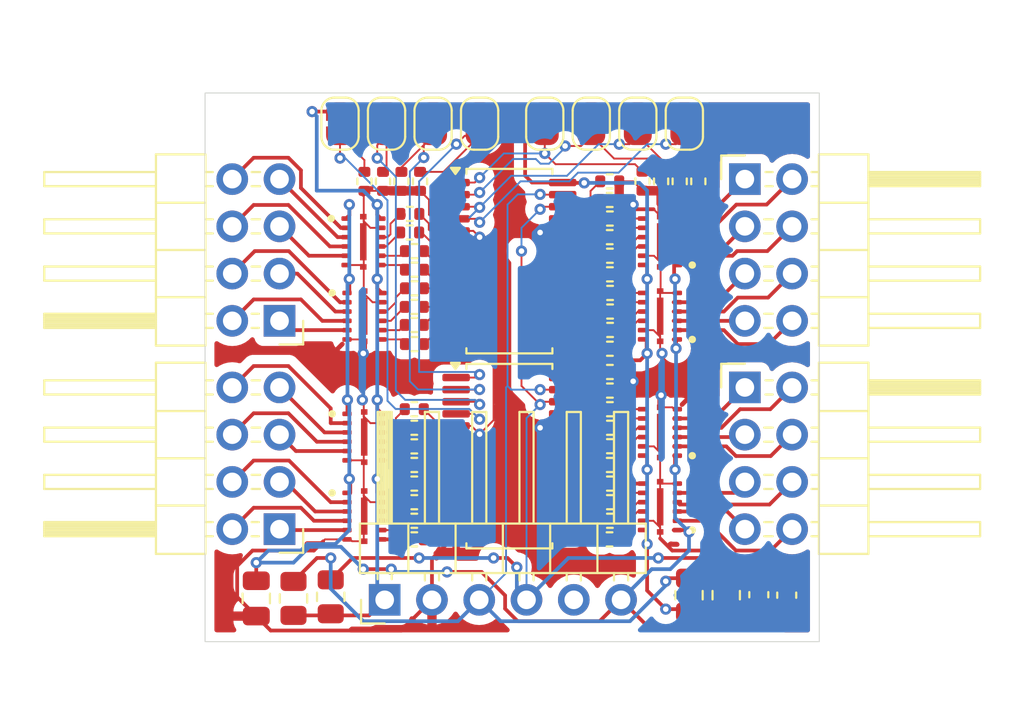
<source format=kicad_pcb>
(kicad_pcb (version 20240108) (generator "pcbnew") (generator_version "8.0")
  (layers (0 "F.Cu" signal) (31 "B.Cu" signal) (34 "B.Paste" user) (35 "F.Paste" user) (36 "B.SilkS" user "B.Silkscreen") (37 "F.SilkS" user "F.Silkscreen") (38 "B.Mask" user) (39 "F.Mask" user) (44 "Edge.Cuts" user))
  (net 0 "")
  (net 1 "+3V3")
  (net 2 "+5V")
  (net 3 "Net-(J1-Pin_1)")
  (net 4 "Net-(J1-Pin_2)")
  (net 5 "SCL")
  (net 6 "SDA")
  (net 7 "OE")
  (net 8 "Net-(J3-Pin_2)")
  (net 9 "Net-(J3-Pin_7)")
  (net 10 "Net-(J3-Pin_8)")
  (net 11 "Net-(J3-Pin_6)")
  (net 12 "Net-(J3-Pin_1)")
  (net 13 "Net-(J3-Pin_5)")
  (net 14 "Net-(J3-Pin_4)")
  (net 15 "Net-(J3-Pin_3)")
  (net 16 "A0")
  (net 17 "A1")
  (net 18 "A2")
  (net 19 "A3")
  (net 20 "A4")
  (net 21 "A0_2")
  (net 22 "A1_2")
  (net 23 "A2_2")
  (net 24 "A3_2")
  (net 25 "Net-(U1-#OE)")
  (net 26 "Net-(U1-EXTCLK)")
  (net 27 "Net-(U1-PWM0)")
  (net 28 "AIN1")
  (net 29 "AIN2")
  (net 30 "Net-(U1-PWM1)")
  (net 31 "BIN1")
  (net 32 "Net-(U1-PWM2)")
  (net 33 "Net-(U1-PWM3)")
  (net 34 "BIN2")
  (net 35 "Net-(U1-PWM4)")
  (net 36 "CIN1")
  (net 37 "CIN2")
  (net 38 "Net-(U1-PWM5)")
  (net 39 "DIN1")
  (net 40 "Net-(U1-PWM6)")
  (net 41 "Net-(U1-PWM7)")
  (net 42 "DIN2")
  (net 43 "EIN1")
  (net 44 "Net-(U1-PWM8)")
  (net 45 "EIN2")
  (net 46 "Net-(U1-PWM9)")
  (net 47 "FIN1")
  (net 48 "Net-(U1-PWM10)")
  (net 49 "Net-(U1-PWM11)")
  (net 50 "FIN2")
  (net 51 "Net-(U1-PWM12)")
  (net 52 "GIN1")
  (net 53 "GIN2")
  (net 54 "Net-(U1-PWM13)")
  (net 55 "HIN1")
  (net 56 "Net-(U1-PWM14)")
  (net 57 "Net-(U1-PWM15)")
  (net 58 "HIN2")
  (net 59 "Net-(U2-#OE)")
  (net 60 "Net-(U2-EXTCLK)")
  (net 61 "Net-(U2-PWM0)")
  (net 62 "AIN1_2")
  (net 63 "AIN2_2")
  (net 64 "Net-(U2-PWM1)")
  (net 65 "BIN1_2")
  (net 66 "Net-(U2-PWM2)")
  (net 67 "Net-(U2-PWM3)")
  (net 68 "BIN2_2")
  (net 69 "Net-(U2-PWM4)")
  (net 70 "CIN1_2")
  (net 71 "Net-(U2-PWM5)")
  (net 72 "CIN2_2")
  (net 73 "Net-(U2-PWM6)")
  (net 74 "DIN1_2")
  (net 75 "Net-(U2-PWM7)")
  (net 76 "DIN2_2")
  (net 77 "EIN1_2")
  (net 78 "Net-(U2-PWM8)")
  (net 79 "EIN2_2")
  (net 80 "Net-(U2-PWM9)")
  (net 81 "FIN1_2")
  (net 82 "Net-(U2-PWM10)")
  (net 83 "Net-(U2-PWM11)")
  (net 84 "FIN2_2")
  (net 85 "Net-(U2-PWM12)")
  (net 86 "GIN1_2")
  (net 87 "GIN2_2")
  (net 88 "Net-(U2-PWM13)")
  (net 89 "Net-(U2-PWM14)")
  (net 90 "HIN1_2")
  (net 91 "Net-(U2-PWM15)")
  (net 92 "HIN2_2")
  (net 93 "Net-(J1-Pin_7)")
  (net 94 "Net-(J1-Pin_4)")
  (net 95 "Net-(J1-Pin_6)")
  (net 96 "Net-(J1-Pin_3)")
  (net 97 "Net-(J1-Pin_5)")
  (net 98 "Net-(J1-Pin_8)")
  (net 99 "Net-(J6-Pin_8)")
  (net 100 "Net-(J6-Pin_4)")
  (net 101 "Net-(J6-Pin_2)")
  (net 102 "Net-(J6-Pin_1)")
  (net 103 "Net-(J6-Pin_7)")
  (net 104 "Net-(J6-Pin_5)")
  (net 105 "Net-(J6-Pin_3)")
  (net 106 "Net-(J6-Pin_6)")
  (net 107 "Net-(J4-Pin_3)")
  (net 108 "Net-(J4-Pin_1)")
  (net 109 "Net-(J4-Pin_8)")
  (net 110 "Net-(J4-Pin_4)")
  (net 111 "Net-(J4-Pin_7)")
  (net 112 "Net-(J4-Pin_2)")
  (net 113 "Net-(J4-Pin_6)")
  (net 114 "Net-(J4-Pin_5)")
  (footprint "DRV8835DSSR:SON50P300X200X80-13N" (layer "F.Cu") (at 155.7 81.25 180)
    (property "Reference" "U6" (hide yes))
    (property "Value" "~")
  )
  (footprint "Resistor_SMD:R_0402_1005Metric" (layer "F.Cu") (at 142.49 83 180)
    (property "Reference" "R6" (hide yes))
    (property "Value" "220Ω" (hide yes))
  )
  (footprint "Resistor_SMD:R_0402_1005Metric" (layer "F.Cu") (at 153 79)
    (property "Reference" "R1" (hide yes))
    (property "Value" "10kΩ" (hide yes))
  )
  (footprint "Connector_PinHeader_2.54mm:PinHeader_1x06_P2.54mm_Horizontal" (layer "F.Cu") (at 140.9 90.25 90)
    (property "Reference" "J2" (hide yes))
    (property "Value" "Conn_01x06_Pin")
  )
  (footprint "Connector_PinHeader_2.54mm:PinHeader_2x04_P2.54mm_Horizontal" (layer "F.Cu") (at 135.25 86.45 180)
    (property "Reference" "J6" (hide yes))
    (property "Value" "Conn_02x04_Top_Bottom")
  )
  (footprint "Resistor_SMD:R_0805_2012Metric" (layer "F.Cu") (at 157.25 90 90)
    (property "Reference" "R25" (hide yes))
    (property "Value" "4.7kΩ" (hide yes))
  )
  (footprint "Resistor_SMD:R_0402_1005Metric" (layer "F.Cu") (at 153 86)
    (property "Reference" "R12" (hide yes))
    (property "Value" "220Ω" (hide yes))
  )
  (footprint "Jumper:SolderJumper-2_P1.3mm_Open_RoundedPad1.0x1.5mm" (layer "F.Cu") (at 157 64.65 -90)
    (property "Reference" "JP14" (hide yes))
    (property "Value" "SolderJumper_2_Open" (hide yes))
  )
  (footprint "Resistor_SMD:R_0402_1005Metric" (layer "F.Cu") (at 153 85)
    (property "Reference" "R13" (hide yes))
    (property "Value" "220Ω" (hide yes))
  )
  (footprint "DRV8835DSSR:SON50P300X200X80-13N" (layer "F.Cu") (at 155.7 71 180)
    (property "Reference" "U10" (hide yes))
    (property "Value" "~")
  )
  (footprint "Resistor_SMD:R_0402_1005Metric" (layer "F.Cu") (at 142.5 71.5 180)
    (property "Reference" "R33" (hide yes))
    (property "Value" "220Ω" (hide yes))
  )
  (footprint "Resistor_SMD:R_0402_1005Metric" (layer "F.Cu") (at 156.75 67.75 90)
    (property "Reference" "R49" (hide yes))
    (property "Value" "10kΩ" (hide yes))
  )
  (footprint "Resistor_SMD:R_0402_1005Metric" (layer "F.Cu") (at 142.49 87 180)
    (property "Reference" "R10" (hide yes))
    (property "Value" "220Ω" (hide yes))
  )
  (footprint "Resistor_SMD:R_0402_1005Metric" (layer "F.Cu") (at 153.01 73.75)
    (property "Reference" "R42" (hide yes))
    (property "Value" "220Ω" (hide yes))
  )
  (footprint "Capacitor_SMD:C_0603_1608Metric" (layer "F.Cu") (at 161 89.975 90)
    (property "Reference" "C1" (hide yes))
    (property "Value" "10μF" (hide yes))
  )
  (footprint "Package_SO:TSSOP-28_4.4x9.7mm_P0.65mm" (layer "F.Cu") (at 147.6 82.525)
    (property "Reference" "U1" (hide yes))
    (property "Value" "PCA9685" (hide yes))
  )
  (footprint "Resistor_SMD:R_0402_1005Metric" (layer "F.Cu") (at 153.01 74.75)
    (property "Reference" "R41" (hide yes))
    (property "Value" "220Ω" (hide yes))
  )
  (footprint "Resistor_SMD:R_0805_2012Metric" (layer "F.Cu") (at 136 90.175 90)
    (property "Reference" "R27" (hide yes))
    (property "Value" "4.7kΩ" (hide yes))
  )
  (footprint "DRV8835DSSR:SON50P300X200X80-13N" (layer "F.Cu") (at 139.8 75)
    (property "Reference" "U8" (hide yes))
    (property "Value" "~")
  )
  (footprint "Jumper:SolderJumper-2_P1.3mm_Open_RoundedPad1.0x1.5mm" (layer "F.Cu") (at 146 64.65 -90)
    (property "Reference" "JP1" (hide yes))
    (property "Value" "SolderJumper_2_Open" (hide yes))
  )
  (footprint "Resistor_SMD:R_0402_1005Metric" (layer "F.Cu") (at 142.49 80 180)
    (property "Reference" "R3" (hide yes))
    (property "Value" "220Ω" (hide yes))
  )
  (footprint "Jumper:SolderJumper-2_P1.3mm_Open_RoundedPad1.0x1.5mm" (layer "F.Cu") (at 138.5 64.65 -90)
    (property "Reference" "JP4" (hide yes))
    (property "Value" "SolderJumper_2_Open" (hide yes))
  )
  (footprint "Resistor_SMD:R_0402_1005Metric" (layer "F.Cu") (at 142.5 76.5 180)
    (property "Reference" "R38" (hide yes))
    (property "Value" "220Ω" (hide yes))
  )
  (footprint "Resistor_SMD:R_0402_1005Metric" (layer "F.Cu") (at 153 81)
    (property "Reference" "R17" (hide yes))
    (property "Value" "220Ω" (hide yes))
  )
  (footprint "Jumper:SolderJumper-2_P1.3mm_Open_RoundedPad1.0x1.5mm" (layer "F.Cu") (at 154.5 64.65 -90)
    (property "Reference" "JP13" (hide yes))
    (property "Value" "SolderJumper_2_Open" (hide yes))
  )
  (footprint "Connector_PinHeader_2.54mm:PinHeader_2x04_P2.54mm_Horizontal" (layer "F.Cu") (at 135.25 75.25 180)
    (property "Reference" "J1" (hide yes))
    (property "Value" "Conn_02x04_Top_Bottom")
  )
  (footprint "Jumper:SolderJumper-2_P1.3mm_Open_RoundedPad1.0x1.5mm" (layer "F.Cu") (at 149.5 64.65 -90)
    (property "Reference" "JP11" (hide yes))
    (property "Value" "SolderJumper_2_Open" (hide yes))
  )
  (footprint "Resistor_SMD:R_0402_1005Metric" (layer "F.Cu") (at 142.49 81 180)
    (property "Reference" "R4" (hide yes))
    (property "Value" "220Ω" (hide yes))
  )
  (footprint "Resistor_SMD:R_0402_1005Metric" (layer "F.Cu") (at 153 81.99)
    (property "Reference" "R16" (hide yes))
    (property "Value" "220Ω" (hide yes))
  )
  (footprint "DRV8835DSSR:SON50P300X200X80-13N" (layer "F.Cu") (at 139.8 85.75)
    (property "Reference" "U4" (hide yes))
    (property "Value" "~")
  )
  (footprint "Connector_PinHeader_2.54mm:PinHeader_2x04_P2.54mm_Horizontal" (layer "F.Cu") (at 160.25 67.63)
    (property "Reference" "J4" (hide yes))
    (property "Value" "Conn_02x04_Top_Bottom")
  )
  (footprint "Resistor_SMD:R_0402_1005Metric" (layer "F.Cu") (at 154.75 67.74 90)
    (property "Reference" "R47" (hide yes))
    (property "Value" "10kΩ" (hide yes))
  )
  (footprint "Resistor_SMD:R_0402_1005Metric" (layer "F.Cu") (at 157.75 67.75 90)
    (property "Reference" "R50" (hide yes))
    (property "Value" "10kΩ" (hide yes))
  )
  (footprint "Resistor_SMD:R_0402_1005Metric" (layer "F.Cu") (at 152.98 87)
    (property "Reference" "R11" (hide yes))
    (property "Value" "220Ω" (hide yes))
  )
  (footprint "Resistor_SMD:R_0402_1005Metric" (layer "F.Cu") (at 153 80)
    (property "Reference" "R18" (hide yes))
    (property "Value" "220Ω" (hide yes))
  )
  (footprint "Capacitor_SMD:C_0603_1608Metric" (layer "F.Cu") (at 162.5 90 90)
    (property "Reference" "C3" (hide yes))
    (property "Value" "10μF" (hide yes))
  )
  (footprint "Resistor_SMD:R_0402_1005Metric" (layer "F.Cu") (at 155.75 67.75 90)
    (property "Reference" "R48" (hide yes))
    (property "Value" "10kΩ" (hide yes))
  )
  (footprint "Package_SO:TSSOP-28_4.4x9.7mm_P0.65mm" (layer "F.Cu") (at 147.6 72.04)
    (property "Reference" "U2" (hide yes))
    (property "Value" "PCA9685" (hide yes))
  )
  (footprint "DRV8835DSSR:SON50P300X200X80-13N" (layer "F.Cu") (at 139.8 81.5)
    (property "Reference" "U3" (hide yes))
    (property "Value" "~")
  )
  (footprint "Resistor_SMD:R_0805_2012Metric" (layer "F.Cu") (at 138 90.0875 90)
    (property "Reference" "R28" (hide yes))
    (property "Value" "4.7kΩ" (hide yes))
  )
  (footprint "Resistor_SMD:R_0805_2012Metric" (layer "F.Cu") (at 159.25 90 90)
    (property "Reference" "R26" (hide yes))
    (property "Value" "4.7kΩ" (hide yes))
  )
  (footprint "Resistor_SMD:R_0402_1005Metric" (layer "F.Cu") (at 142.5 73.5 180)
    (property "Reference" "R35" (hide yes))
    (property "Value" "220Ω" (hide yes))
  )
  (footprint "Resistor_SMD:R_0402_1005Metric" (layer "F.Cu") (at 142.5 72.5 180)
    (property "Reference" "R34" (hide yes))
    (property "Value" "220Ω" (hide yes))
  )
  (footprint "Resistor_SMD:R_0402_1005Metric" (layer "F.Cu") (at 153 72.75)
    (property "Reference" "R43" (hide yes))
    (property "Value" "220Ω" (hide yes))
  )
  (footprint "DRV8835DSSR:SON50P300X200X80-13N" (layer "F.Cu") (at 139.75 71)
    (property "Reference" "U7" (hide yes))
    (property "Value" "~")
  )
  (footprint "Resistor_SMD:R_0402_1005Metric" (layer "F.Cu") (at 142.25 69.5 180)
    (property "Reference" "R31" (hide yes))
    (property "Value" "220Ω" (hide yes))
  )
  (footprint "Resistor_SMD:R_0402_1005Metric" (layer "F.Cu") (at 142.49 85 180)
    (property "Reference" "R8" (hide yes))
    (property "Value" "220Ω" (hide yes))
  )
  (footprint "Resistor_SMD:R_0402_1005Metric" (layer "F.Cu") (at 142.49 74.5 180)
    (property "Reference" "R36" (hide yes))
    (property "Value" "220Ω" (hide yes))
  )
  (footprint "Resistor_SMD:R_0402_1005Metric" (layer "F.Cu") (at 142.24 70.5 180)
    (property "Reference" "R32" (hide yes))
    (property "Value" "220Ω" (hide yes))
  )
  (footprint "Resistor_SMD:R_0402_1005Metric" (layer "F.Cu") (at 153.01 75.74)
    (property "Reference" "R40" (hide yes))
    (property "Value" "220Ω" (hide yes))
  )
  (footprint "DRV8835DSSR:SON50P300X200X80-13N" (layer "F.Cu") (at 155.7 85.25 180)
    (property "Reference" "U5" (hide yes))
    (property "Value" "~")
  )
  (footprint "Resistor_SMD:R_0402_1005Metric" (layer "F.Cu") (at 141.8 67.75 90)
    (property "Reference" "R20" (hide yes))
    (property "Value" "10kΩ" (hide yes))
  )
  (footprint "Resistor_SMD:R_0402_1005Metric" (layer "F.Cu") (at 152.99 68.75)
    (property "Reference" "R29" (hide yes))
    (property "Value" "10kΩ" (hide yes))
  )
  (footprint "Resistor_SMD:R_0402_1005Metric" (layer "F.Cu") (at 142.49 75.47 180)
    (property "Reference" "R37" (hide yes))
    (property "Value" "220Ω" (hide yes))
  )
  (footprint "Resistor_SMD:R_0402_1005Metric" (layer "F.Cu") (at 142.49 84 180)
    (property "Reference" "R7" (hide yes))
    (property "Value" "220Ω" (hide yes))
  )
  (footprint "Resistor_SMD:R_0402_1005Metric" (layer "F.Cu") (at 152.99 67.75)
    (property "Reference" "R30" (hide yes))
    (property "Value" "10kΩ" (hide yes))
  )
  (footprint "Jumper:SolderJumper-2_P1.3mm_Open_RoundedPad1.0x1.5mm" (layer "F.Cu") (at 141 64.65 -90)
    (property "Reference" "JP3" (hide yes))
    (property "Value" "SolderJumper_2_Open" (hide yes))
  )
  (footprint "Jumper:SolderJumper-2_P1.3mm_Open_RoundedPad1.0x1.5mm" (layer "F.Cu") (at 152 64.65 -90)
    (property "Reference" "JP12" (hide yes))
    (property "Value" "SolderJumper_2_Open" (hide yes))
  )
  (footprint "Resistor_SMD:R_0402_1005Metric" (layer "F.Cu") (at 153 76.75)
    (property "Reference" "R39" (hide yes))
    (property "Value" "220Ω" (hide yes))
  )
  (footprint "Resistor_SMD:R_0402_1005Metric" (layer "F.Cu") (at 153 71.75)
    (property "Reference" "R44" (hide yes))
    (property "Value" "220Ω" (hide yes))
  )
  (footprint "Jumper:SolderJumper-2_P1.3mm_Open_RoundedPad1.0x1.5mm" (layer "F.Cu") (at 143.5 64.65 -90)
    (property "Reference" "JP2" (hide yes))
    (property "Value" "SolderJumper_2_Open" (hide yes))
  )
  (footprint "Resistor_SMD:R_0402_1005Metric" (layer "F.Cu") (at 153 78)
    (property "Reference" "R2" (hide yes))
    (property "Value" "10kΩ" (hide yes))
  )
  (footprint "Resistor_SMD:R_0402_1005Metric" (layer "F.Cu") (at 152.99 70.75)
    (property "Reference" "R45" (hide yes))
    (property "Value" "220Ω" (hide yes))
  )
  (footprint "Resistor_SMD:R_0402_1005Metric" (layer "F.Cu") (at 152.99 83)
    (property "Reference" "R15" (hide yes))
    (property "Value" "220Ω" (hide yes))
  )
  (footprint "Resistor_SMD:R_0402_1005Metric" (layer "F.Cu") (at 153 69.75)
    (property "Reference" "R46" (hide yes))
    (property "Value" "220Ω" (hide yes))
  )
  (footprint "Resistor_SMD:R_0402_1005Metric" (layer "F.Cu") (at 139.81 67.75 90)
    (property "Reference" "R22" (hide yes))
    (property "Value" "10kΩ" (hide yes))
  )
  (footprint "Resistor_SMD:R_0402_1005Metric" (layer "F.Cu") (at 142.8 67.75 90)
    (property "Reference" "R19" (hide yes))
    (property "Value" "10kΩ" (hide yes))
  )
  (footprint "Resistor_SMD:R_0402_1005Metric" (layer "F.Cu") (at 142.49 82 180)
    (property "Reference" "R5" (hide yes))
    (property "Value" "220Ω" (hide yes))
  )
  (footprint "Resistor_SMD:R_0402_1005Metric" (layer "F.Cu") (at 153 84)
    (property "Reference" "R14" (hide yes))
    (property "Value" "220Ω" (hide yes))
  )
  (footprint "Resistor_SMD:R_0402_1005Metric" (layer "F.Cu") (at 140.81 67.75 90)
    (property "Reference" "R21" (hide yes))
    (property "Value" "10kΩ" (hide yes))
  )
  (footprint "Resistor_SMD:R_0402_1005Metric" (layer "F.Cu") (at 142.49 86 180)
    (property "Reference" "R9" (hide yes))
    (property "Value" "220Ω" (hide yes))
  )
  (footprint "DRV8835DSSR:SON50P300X200X80-13N" (layer "F.Cu") (at 155.7 75 180)
    (property "Reference" "U9" (hide yes))
    (property "Value" "~")
  )
  (footprint "Connector_PinHeader_2.54mm:PinHeader_2x04_P2.54mm_Horizontal" (layer "F.Cu") (at 160.25 78.83)
    (property "Reference" "J3" (hide yes))
    (property "Value" "Conn_02x04_Top_Bottom")
  )
  (footprint "Capacitor_SMD:C_0805_2012Metric" (layer "F.Cu") (at 134 90.175 -90)
    (property "Reference" "C2" (hide yes))
    (property "Value" "47μF" (hide yes))
  )
  (gr_rect (start 131.25 63) (end 164.25 92.5) (stroke (width 0.05)) (fill none) (layer "Edge.Cuts"))
  (segment (start 138.5 64) (end 157 64) (width 0.2) (layer "F.Cu") (net 1))
  (segment (start 136 91.0875) (end 140.0625 91.0875) (width 0.2) (layer "F.Cu") (net 1))
  (segment (start 154.975 86.5) (end 154.975 87.225) (width 0.2) (layer "F.Cu") (net 1))
  (segment (start 140.5 79.5) (end 140.5 80.005) (width 0.2) (layer "F.Cu") (net 1))
  (segment (start 140.0625 91.0875) (end 140.9 90.25) (width 0.2) (layer "F.Cu") (net 1))
  (segment (start 150.480353 67.832853) (end 150.4625 67.815) (width 0.2) (layer "F.Cu") (net 1))
  (segment (start 155 87.25) (end 155 89.75) (width 0.2) (layer "F.Cu") (net 1))
  (segment (start 151.3925 77.37) (end 150.4625 78.3) (width 0.2) (layer "F.Cu") (net 1))
  (segment (start 151.619329 67.832853) (end 150.480353 67.832853) (width 0.2) (layer "F.Cu") (net 1))
  (segment (start 154.975 76.975) (end 155 77) (width 0.2) (layer "F.Cu") (net 1))
  (segment (start 157.0875 90.75) (end 157.25 90.9125) (width 0.2) (layer "F.Cu") (net 1))
  (segment (start 155 89.75) (end 156 90.75) (width 0.2) (layer "F.Cu") (net 1))
  (segment (start 140.5 69.555) (end 140.7 69.755) (width 0.2) (layer "F.Cu") (net 1))
  (segment (start 140.5 73) (end 140.5 73.505) (width 0.2) (layer "F.Cu") (net 1))
  (segment (start 156 90.75) (end 157.0875 90.75) (width 0.2) (layer "F.Cu") (net 1))
  (segment (start 137 64) (end 138.5 64) (width 0.2) (layer "F.Cu") (net 1))
  (segment (start 140.5 73.505) (end 140.75 73.755) (width 0.2) (layer "F.Cu") (net 1))
  (segment (start 161 90.75) (end 157.4125 90.75) (width 0.2) (layer "F.Cu") (net 1))
  (segment (start 140.5 69) (end 140.5 69.555) (width 0.2) (layer "F.Cu") (net 1))
  (segment (start 157.4125 90.75) (end 157.25 90.9125) (width 0.2) (layer "F.Cu") (net 1))
  (segment (start 155 77) (end 154.63 77.37) (width 0.2) (layer "F.Cu") (net 1))
  (segment (start 154.63 77.37) (end 151.3925 77.37) (width 0.2) (layer "F.Cu") (net 1))
  (segment (start 148.445 67.445) (end 148.445 64.3) (width 0.2) (layer "F.Cu") (net 1))
  (segment (start 140.5 84.5) (end 140.5 83.75) (width 0.2) (layer "F.Cu") (net 1))
  (segment (start 155 82.5) (end 155 83.25) (width 0.2) (layer "F.Cu") (net 1))
  (segment (start 140.5 80.005) (end 140.75 80.255) (width 0.2) (layer "F.Cu") (net 1))
  (segment (start 148.445 64.3) (end 148.745 64) (width 0.2) (layer "F.Cu") (net 1))
  (segment (start 155 72.25) (end 155 73) (width 0.2) (layer "F.Cu") (net 1))
  (segment (start 150.4625 67.815) (end 148.815 67.815) (width 0.2) (layer "F.Cu") (net 1))
  (segment (start 148.815 67.815) (end 148.445 67.445) (width 0.2) (layer "F.Cu") (net 1))
  (segment (start 148.745 64) (end 149.5 64) (width 0.2) (layer "F.Cu") (net 1))
  (segment (start 154.975 76.25) (end 154.975 76.975) (width 0.2) (layer "F.Cu") (net 1))
  (segment (start 154.975 87.225) (end 155 87.25) (width 0.2) (layer "F.Cu") (net 1))
  (via (at 155 87.25) (size 0.6) (drill 0.3) (layers "F.Cu" "B.Cu") (net 1))
  (via (at 137 64) (size 0.6) (drill 0.3) (layers "F.Cu" "B.Cu") (net 1))
  (via (at 155 83.25) (size 0.6) (drill 0.3) (layers "F.Cu" "B.Cu") (net 1))
  (via (at 140.5 83.75) (size 0.6) (drill 0.3) (layers "F.Cu" "B.Cu") (net 1))
  (via (at 155 73) (size 0.6) (drill 0.3) (layers "F.Cu" "B.Cu") (net 1))
  (via (at 156 90.75) (size 0.6) (drill 0.3) (layers "F.Cu" "B.Cu") (net 1))
  (via (at 140.5 73) (size 0.6) (drill 0.3) (layers "F.Cu" "B.Cu") (net 1))
  (via (at 140.5 69) (size 0.6) (drill 0.3) (layers "F.Cu" "B.Cu") (net 1))
  (via (at 140.5 79.5) (size 0.6) (drill 0.3) (layers "F.Cu" "B.Cu") (net 1))
  (via (at 155 77) (size 0.6) (drill 0.3) (layers "F.Cu" "B.Cu") (net 1))
  (via (at 151.619329 67.832853) (size 0.6) (drill 0.3) (layers "F.Cu" "B.Cu") (net 1))
  (segment (start 155 73) (end 155 68.25) (width 0.2) (layer "B.Cu") (net 1))
  (segment (start 137.25 68.25) (end 137.25 64.25) (width 0.2) (layer "B.Cu") (net 1))
  (segment (start 155 87.25) (end 155 83.25) (width 0.2) (layer "B.Cu") (net 1))
  (segment (start 140.5 69) (end 140.5 73) (width 0.2) (layer "B.Cu") (net 1))
  (segment (start 155 77) (end 155 73) (width 0.2) (layer "B.Cu") (net 1))
  (segment (start 155 68.25) (end 154.582853 67.832853) (width 0.2) (layer "B.Cu") (net 1))
  (segment (start 155 83.25) (end 155 77) (width 0.2) (layer "B.Cu") (net 1))
  (segment (start 137.25 64.25) (end 137 64) (width 0.2) (layer "B.Cu") (net 1))
  (segment (start 140.5 79.5) (end 140.5 83.75) (width 0.2) (layer "B.Cu") (net 1))
  (segment (start 140.5 89.85) (end 140.5 83.75) (width 0.2) (layer "B.Cu") (net 1))
  (segment (start 140.9 90.25) (end 140.5 89.85) (width 0.2) (layer "B.Cu") (net 1))
  (segment (start 139.75 68.25) (end 137.25 68.25) (width 0.2) (layer "B.Cu") (net 1))
  (segment (start 140.5 69) (end 139.75 68.25) (width 0.2) (layer "B.Cu") (net 1))
  (segment (start 154.582853 67.832853) (end 151.619329 67.832853) (width 0.2) (layer "B.Cu") (net 1))
  (segment (start 140.5 73) (end 140.5 79.5) (width 0.2) (layer "B.Cu") (net 1))
  (segment (start 139.05 84.5) (end 139.05 83.8) (width 0.2) (layer "F.Cu") (net 2))
  (segment (start 139.05 69.05) (end 139 69) (width 0.2) (layer "F.Cu") (net 2))
  (segment (start 147.37 90.013654) (end 146.106346 88.75) (width 0.2) (layer "F.Cu") (net 2))
  (segment (start 157.25 86.6) (end 157.15 86.5) (width 0.2) (layer "F.Cu") (net 2))
  (segment (start 138.899994 79.5) (end 138.899994 80.225006) (width 0.2) (layer "F.Cu") (net 2))
  (segment (start 156.553399 76.378399) (end 156.425 76.25) (width 0.2) (layer "F.Cu") (net 2))
  (segment (start 139 69.575) (end 138.825 69.75) (width 0.2) (layer "F.Cu") (net 2))
  (segment (start 156.5 83.25) (end 156.5 82.55) (width 0.2) (layer "F.Cu") (net 2))
  (segment (start 139 73.625) (end 138.875 73.75) (width 0.2) (layer "F.Cu") (net 2))
  (segment (start 161.55 91.725) (end 162.5 90.775) (width 0.2) (layer "F.Cu") (net 2))
  (segment (start 152.45 91.4) (end 148.043654 91.4) (width 0.2) (layer "F.Cu") (net 2))
  (segment (start 138.899994 80.225006) (end 138.875 80.25) (width 0.2) (layer "F.Cu") (net 2))
  (segment (start 153.6 90.25) (end 152.45 91.4) (width 0.2) (layer "F.Cu") (net 2))
  (segment (start 155.075 91.725) (end 161.55 91.725) (width 0.2) (layer "F.Cu") (net 2))
  (segment (start 139.05 83.8) (end 139 83.75) (width 0.2) (layer "F.Cu") (net 2))
  (segment (start 139 73) (end 139 73.625) (width 0.2) (layer "F.Cu") (net 2))
  (segment (start 139 69) (end 139 69.575) (width 0.2) (layer "F.Cu") (net 2))
  (segment (start 147.37 90.726346) (end 147.37 90.013654) (width 0.2) (layer "F.Cu") (net 2))
  (segment (start 146.106346 88.75) (end 144.25 88.75) (width 0.2) (layer "F.Cu") (net 2))
  (segment (start 156.45 72.25) (end 156.45 72.95) (width 0.2) (layer "F.Cu") (net 2))
  (segment (start 141.25 88.6) (end 139.75 88.6) (width 0.2) (layer "F.Cu") (net 2))
  (segment (start 157.15 86.5) (end 156.425 86.5) (width 0.2) (layer "F.Cu") (net 2))
  (segment (start 156.5 82.55) (end 156.45 82.5) (width 0.2) (layer "F.Cu") (net 2))
  (segment (start 153.6 90.25) (end 155.075 91.725) (width 0.2) (layer "F.Cu") (net 2))
  (segment (start 156.553399 76.730929) (end 156.553399 76.378399) (width 0.2) (layer "F.Cu") (net 2))
  (segment (start 156.45 72.95) (end 156.5 73) (width 0.2) (layer "F.Cu") (net 2))
  (segment (start 148.043654 91.4) (end 147.37 90.726346) (width 0.2) (layer "F.Cu") (net 2))
  (segment (start 134 88.25) (end 134 89.225) (width 0.2) (layer "F.Cu") (net 2))
  (via (at 157.25 86.6) (size 0.6) (drill 0.3) (layers "F.Cu" "B.Cu") (net 2))
  (via (at 156.5 73) (size 0.6) (drill 0.3) (layers "F.Cu" "B.Cu") (net 2))
  (via (at 138.899994 79.5) (size 0.6) (drill 0.3) (layers "F.Cu" "B.Cu") (net 2))
  (via (at 156.553399 76.730929) (size 0.6) (drill 0.3) (layers "F.Cu" "B.Cu") (net 2))
  (via (at 134 88.25) (size 0.6) (drill 0.3) (layers "F.Cu" "B.Cu") (net 2))
  (via (at 139 69) (size 0.6) (drill 0.3) (layers "F.Cu" "B.Cu") (net 2))
  (via (at 141.25 88.6) (size 0.6) (drill 0.3) (layers "F.Cu" "B.Cu") (net 2))
  (via (at 144.25 88.75) (size 0.6) (drill 0.3) (layers "F.Cu" "B.Cu") (net 2))
  (via (at 139.75 88.6) (size 0.6) (drill 0.3) (layers "F.Cu" "B.Cu") (net 2))
  (via (at 139 83.75) (size 0.6) (drill 0.3) (layers "F.Cu" "B.Cu") (net 2))
  (via (at 139 73) (size 0.6) (drill 0.3) (layers "F.Cu" "B.Cu") (net 2))
  (via (at 156.5 83.25) (size 0.6) (drill 0.3) (layers "F.Cu" "B.Cu") (net 2))
  (segment (start 138.899994 73.100006) (end 139 73) (width 0.2) (layer "B.Cu") (net 2))
  (segment (start 156.5 83.25) (end 156.5 85.85) (width 0.2) (layer "B.Cu") (net 2))
  (segment (start 136.4 87.6) (end 134.65 87.6) (width 0.2) (layer "B.Cu") (net 2))
  (segment (start 157.25 86.6) (end 157.25 87.598529) (width 0.2) (layer "B.Cu") (net 2))
  (segment (start 144.25 88.75) (end 141.4 88.75) (width 0.2) (layer "B.Cu") (net 2))
  (segment (start 155.25 88.6) (end 153.6 90.25) (width 0.2) (layer "B.Cu") (net 2))
  (segment (start 156.248529 88.6) (end 155.25 88.6) (width 0.2) (layer "B.Cu") (net 2))
  (segment (start 138.899994 79.5) (end 138.899994 73.100006) (width 0.2) (layer "B.Cu") (net 2))
  (segment (start 139 79.600006) (end 138.899994 79.5) (width 0.2) (layer "B.Cu") (net 2))
  (segment (start 139 83.75) (end 139 79.600006) (width 0.2) (layer "B.Cu") (net 2))
  (segment (start 156.5 76.67753) (end 156.553399 76.730929) (width 0.2) (layer "B.Cu") (net 2))
  (segment (start 156.5 73) (end 156.5 76.67753) (width 0.2) (layer "B.Cu") (net 2))
  (segment (start 139 69) (end 139 73) (width 0.2) (layer "B.Cu") (net 2))
  (segment (start 136 88.25) (end 134 88.25) (width 0.2) (layer "B.Cu") (net 2))
  (segment (start 157.25 87.598529) (end 156.248529 88.6) (width 0.2) (layer "B.Cu") (net 2))
  (segment (start 141.4 88.75) (end 141.25 88.6) (width 0.2) (layer "B.Cu") (net 2))
  (segment (start 139.75 88.6) (end 138.55 87.4) (width 0.2) (layer "B.Cu") (net 2))
  (segment (start 134.65 87.6) (end 134 88.25) (width 0.2) (layer "B.Cu") (net 2))
  (segment (start 138.25 87.25) (end 136.75 87.25) (width 0.2) (layer "B.Cu") (net 2))
  (segment (start 136.75 87.25) (end 136.4 87.6) (width 0.2) (layer "B.Cu") (net 2))
  (segment (start 156.553399 76.730929) (end 156.553399 83.196601) (width 0.2) (layer "B.Cu") (net 2))
  (segment (start 139 83.75) (end 139 86.5) (width 0.2) (layer "B.Cu") (net 2))
  (segment (start 156.5 85.85) (end 157.25 86.6) (width 0.2) (layer "B.Cu") (net 2))
  (segment (start 156.553399 83.196601) (end 156.5 83.25) (width 0.2) (layer "B.Cu") (net 2))
  (segment (start 138.55 87.4) (end 136.85 87.4) (width 0.2) (layer "B.Cu") (net 2))
  (segment (start 139 86.5) (end 138.25 87.25) (width 0.2) (layer "B.Cu") (net 2))
  (segment (start 136.85 87.4) (end 136 88.25) (width 0.2) (layer "B.Cu") (net 2))
  (segment (start 135.75 75.75) (end 135.25 75.25) (width 0.2) (layer "F.Cu") (net 3))
  (segment (start 138.875 75.75) (end 135.75 75.75) (width 0.2) (layer "F.Cu") (net 3))
  (segment (start 133.86 74.1) (end 132.71 75.25) (width 0.2) (layer "F.Cu") (net 4))
  (segment (start 136.4 74.1) (end 133.86 74.1) (width 0.2) (layer "F.Cu") (net 4))
  (segment (start 137.55 75.25) (end 138.875 75.25) (width 0.2) (layer "F.Cu") (net 4))
  (segment (start 137.55 75.25) (end 136.4 74.1) (width 0.2) (layer "F.Cu") (net 4))
  (segment (start 149.385 69.115) (end 149.25 69.25) (width 0.1) (layer "F.Cu") (net 5))
  (segment (start 150.4625 79.6) (end 149.4 79.6) (width 0.1) (layer "F.Cu") (net 5))
  (segment (start 147.5 88) (end 148 88.5) (width 0.2) (layer "F.Cu") (net 5))
  (segment (start 138 89.175) (end 139.175 88) (width 0.2) (layer "F.Cu") (net 5))
  (segment (start 146.75 88) (end 147.5 88) (width 0.2) (layer "F.Cu") (net 5))
  (segment (start 158.1625 88) (end 159.25 89.0875) (width 0.2) (layer "F.Cu") (net 5))
  (segment (start 149.4 79.6) (end 149.25 79.75) (width 0.1) (layer "F.Cu") (net 5))
  (segment (start 150.4625 69.115) (end 149.385 69.115) (width 0.1) (layer "F.Cu") (net 5))
  (segment (start 139.175 88) (end 142.75 88) (width 0.2) (layer "F.Cu") (net 5))
  (segment (start 148.25 78.75) (end 148.25 71.5) (width 0.1) (layer "F.Cu") (net 5))
  (segment (start 155.6 88) (end 158.1625 88) (width 0.2) (layer "F.Cu") (net 5))
  (segment (start 149.25 79.75) (end 148.25 78.75) (width 0.1) (layer "F.Cu") (net 5))
  (via (at 148 88.5) (size 0.6) (drill 0.3) (layers "F.Cu" "B.Cu") (net 5))
  (via (at 155.6 88) (size 0.6) (drill 0.3) (layers "F.Cu" "B.Cu") (net 5))
  (via (at 142.75 88) (size 0.6) (drill 0.3) (layers "F.Cu" "B.Cu") (net 5))
  (via (at 149.25 79.75) (size 0.6) (drill 0.3) (layers "F.Cu" "B.Cu") (net 5))
  (via (at 149.25 69.25) (size 0.6) (drill 0.3) (layers "F.Cu" "B.Cu") (net 5))
  (via (at 146.75 88) (size 0.6) (drill 0.3) (layers "F.Cu" "B.Cu") (net 5))
  (via (at 148.25 71.5) (size 0.6) (drill 0.3) (layers "F.Cu" "B.Cu") (net 5))
  (segment (start 148.25 71.5) (end 148.25 70.25) (width 0.1) (layer "B.Cu") (net 5))
  (segment (start 148.25 70.25) (end 149.25 69.25) (width 0.1) (layer "B.Cu") (net 5))
  (segment (start 148.52 80.48) (end 149.25 79.75) (width 0.1) (layer "B.Cu") (net 5))
  (segment (start 150.77 88) (end 148.52 90.25) (width 0.2) (layer "B.Cu") (net 5))
  (segment (start 148 89.73) (end 148.52 90.25) (width 0.2) (layer "B.Cu") (net 5))
  (segment (start 148.52 90.25) (end 148.52 80.48) (width 0.1) (layer "B.Cu") (net 5))
  (segment (start 155.6 88) (end 150.77 88) (width 0.2) (layer "B.Cu") (net 5))
  (segment (start 148 88.5) (end 148 89.73) (width 0.2) (layer "B.Cu") (net 5))
  (segment (start 142.75 88) (end 146.75 88) (width 0.2) (layer "B.Cu") (net 5))
  (segment (start 156.1625 89.0875) (end 156 89.25) (width 0.2) (layer "F.Cu") (net 6))
  (segment (start 149.250003 78.95) (end 149.25 78.949997) (width 0.1) (layer "F.Cu") (net 6))
  (segment (start 136 89.2625) (end 137.2625 88) (width 0.2) (layer "F.Cu") (net 6))
  (segment (start 150.4625 68.465) (end 149.265003 68.465) (width 0.1) (layer "F.Cu") (net 6))
  (segment (start 150.4625 78.95) (end 149.250003 78.95) (width 0.1) (layer "F.Cu") (net 6))
  (segment (start 137.2625 88) (end 138 88) (width 0.2) (layer "F.Cu") (net 6))
  (segment (start 149.265003 68.465) (end 149.25 68.449997) (width 0.1) (layer "F.Cu") (net 6))
  (segment (start 157.25 89.0875) (end 156.1625 89.0875) (width 0.2) (layer "F.Cu") (net 6))
  (via (at 149.25 78.949997) (size 0.6) (drill 0.3) (layers "F.Cu" "B.Cu") (net 6))
  (via (at 149.25 68.449997) (size 0.6) (drill 0.3) (layers "F.Cu" "B.Cu") (net 6))
  (via (at 138 88) (size 0.6) (drill 0.3) (layers "F.Cu" "B.Cu") (net 6))
  (via (at 156 89.25) (size 0.6) (drill 0.3) (layers "F.Cu" "B.Cu") (net 6))
  (segment (start 149.25 68.449997) (end 148.050003 68.449997) (width 0.1) (layer "B.Cu") (net 6))
  (segment (start 148.050003 68.449997) (end 147.5 69) (width 0.1) (layer "B.Cu") (net 6))
  (segment (start 147.13 91.4) (end 145.98 90.25) (width 0.2) (layer "B.Cu") (net 6))
  (segment (start 138 89.65) (end 139.75 91.4) (width 0.2) (layer "B.Cu") (net 6))
  (segment (start 147.699997 78.949997) (end 149.25 78.949997) (width 0.1) (layer "B.Cu") (net 6))
  (segment (start 154.076346 91.4) (end 147.13 91.4) (width 0.2) (layer "B.Cu") (net 6))
  (segment (start 147.5 78.75) (end 147.699997 78.949997) (width 0.1) (layer "B.Cu") (net 6))
  (segment (start 139.75 91.4) (end 144.83 91.4) (width 0.2) (layer "B.Cu") (net 6))
  (segment (start 144.83 91.4) (end 145.98 90.25) (width 0.2) (layer "B.Cu") (net 6))
  (segment (start 147.5 78.75) (end 147.42 78.83) (width 0.1) (layer "B.Cu") (net 6))
  (segment (start 147.5 69) (end 147.5 78.75) (width 0.1) (layer "B.Cu") (net 6))
  (segment (start 147.42 88.81) (end 145.98 90.25) (width 0.1) (layer "B.Cu") (net 6))
  (segment (start 156 89.25) (end 156 89.476346) (width 0.2) (layer "B.Cu") (net 6))
  (segment (start 156 89.476346) (end 154.076346 91.4) (width 0.2) (layer "B.Cu") (net 6))
  (segment (start 147.42 78.83) (end 147.42 88.81) (width 0.1) (layer "B.Cu") (net 6))
  (segment (start 138 88) (end 138 89.65) (width 0.2) (layer "B.Cu") (net 6))
  (segment (start 161.62 80) (end 162.79 78.83) (width 0.2) (layer "F.Cu") (net 8))
  (segment (start 156.45 81) (end 158.993654 81) (width 0.2) (layer "F.Cu") (net 8))
  (segment (start 158.993654 81) (end 159.993654 80) (width 0.2) (layer "F.Cu") (net 8))
  (segment (start 159.993654 80) (end 161.62 80) (width 0.2) (layer "F.Cu") (net 8))
  (segment (start 159.3 85.5) (end 160.25 86.45) (width 0.2) (layer "F.Cu") (net 9))
  (segment (start 156.625 85.5) (end 159.3 85.5) (width 0.2) (layer "F.Cu") (net 9))
  (segment (start 159.773654 87.6) (end 161.64 87.6) (width 0.2) (layer "F.Cu") (net 10))
  (segment (start 161.64 87.6) (end 162.79 86.45) (width 0.2) (layer "F.Cu") (net 10))
  (segment (start 156.625 86) (end 158.173654 86) (width 0.2) (layer "F.Cu") (net 10))
  (segment (start 158.173654 86) (end 159.773654 87.6) (width 0.2) (layer "F.Cu") (net 10))
  (segment (start 156.625 85) (end 156.749999 85.124999) (width 0.2) (layer "F.Cu") (net 11))
  (segment (start 156.749999 85.124999) (end 161.575001 85.124999) (width 0.2) (layer "F.Cu") (net 11))
  (segment (start 161.575001 85.124999) (end 162.79 83.91) (width 0.2) (layer "F.Cu") (net 11))
  (segment (start 156.45 80.5) (end 158.58 80.5) (width 0.2) (layer "F.Cu") (net 12))
  (segment (start 158.58 80.5) (end 160.25 78.83) (width 0.2) (layer "F.Cu") (net 12))
  (segment (start 159.66 84.5) (end 160.25 83.91) (width 0.2) (layer "F.Cu") (net 13))
  (segment (start 156.625 84.5) (end 159.66 84.5) (width 0.2) (layer "F.Cu") (net 13))
  (segment (start 156.45 82) (end 159.253654 82) (width 0.2) (layer "F.Cu") (net 14))
  (segment (start 161.64 82.52) (end 162.79 81.37) (width 0.2) (layer "F.Cu") (net 14))
  (segment (start 159.253654 82) (end 159.773654 82.52) (width 0.2) (layer "F.Cu") (net 14))
  (segment (start 159.773654 82.52) (end 161.64 82.52) (width 0.2) (layer "F.Cu") (net 14))
  (segment (start 160.12 81.5) (end 160.25 81.37) (width 0.2) (layer "F.Cu") (net 15))
  (segment (start 156.45 81.5) (end 160.12 81.5) (width 0.2) (layer "F.Cu") (net 15))
  (segment (start 145.997012 78.141047) (end 145.838059 78.3) (width 0.1) (layer "F.Cu") (net 16))
  (segment (start 144.75 65.75) (end 145.2 65.3) (width 0.1) (layer "F.Cu") (net 16))
  (segment (start 144.06 67.24) (end 146 65.3) (width 0.1) (layer "F.Cu") (net 16))
  (segment (start 145.2 65.3) (end 146 65.3) (width 0.1) (layer "F.Cu") (net 16))
  (segment (start 142.8 67.24) (end 144.06 67.24) (width 0.1) (layer "F.Cu") (net 16))
  (segment (start 145.838059 78.3) (end 144.7375 78.3) (width 0.1) (layer "F.Cu") (net 16))
  (via (at 145.997012 78.141047) (size 0.6) (drill 0.3) (layers "F.Cu" "B.Cu") (net 16))
  (via (at 144.75 65.75) (size 0.6) (drill 0.3) (layers "F.Cu" "B.Cu") (net 16))
  (segment (start 142.75 67.75) (end 144.75 65.75) (width 0.1) (layer "B.Cu") (net 16))
  (segment (start 142.75 78) (end 142.75 67.75) (width 0.1) (layer "B.Cu") (net 16))
  (segment (start 145.997012 78.141047) (end 145.855965 78) (width 0.1) (layer "B.Cu") (net 16))
  (segment (start 145.855965 78) (end 142.75 78) (width 0.1) (layer "B.Cu") (net 16))
  (segment (start 141.8 67.24) (end 141.8 67) (width 0.1) (layer "F.Cu") (net 17))
  (segment (start 143.000109 65.799891) (end 143.5 65.3) (width 0.1) (layer "F.Cu") (net 17))
  (segment (start 141.8 67) (end 143.5 65.3) (width 0.1) (layer "F.Cu") (net 17))
  (segment (start 143.000109 66.470003) (end 143.000109 65.799891) (width 0.1) (layer "F.Cu") (net 17))
  (segment (start 145.997016 78.941048) (end 145.988064 78.95) (width 0.1) (layer "F.Cu") (net 17))
  (segment (start 145.988064 78.95) (end 144.7375 78.95) (width 0.1) (layer "F.Cu") (net 17))
  (via (at 143.000109 66.470003) (size 0.6) (drill 0.3) (layers "F.Cu" "B.Cu") (net 17))
  (via (at 145.997016 78.941048) (size 0.6) (drill 0.3) (layers "F.Cu" "B.Cu") (net 17))
  (segment (start 142.25 67.220112) (end 143.000109 66.470003) (width 0.1) (layer "B.Cu") (net 17))
  (segment (start 142.25 78.5) (end 142.25 67.220112) (width 0.1) (layer "B.Cu") (net 17))
  (segment (start 142.691048 78.941048) (end 142.25 78.5) (width 0.1) (layer "B.Cu") (net 17))
  (segment (start 145.997016 78.941048) (end 142.691048 78.941048) (width 0.1) (layer "B.Cu") (net 17))
  (segment (start 140.5 66.5) (end 140.5 65.8) (width 0.1) (layer "F.Cu") (net 18))
  (segment (start 141 65.3) (end 141 67.05) (width 0.1) (layer "F.Cu") (net 18))
  (segment (start 145.859597 79.6) (end 144.7375 79.6) (width 0.1) (layer "F.Cu") (net 18))
  (segment (start 140.5 65.8) (end 141 65.3) (width 0.1) (layer "F.Cu") (net 18))
  (segment (start 141 67.05) (end 140.81 67.24) (width 0.1) (layer "F.Cu") (net 18))
  (segment (start 146.000639 79.741042) (end 145.859597 79.6) (width 0.1) (layer "F.Cu") (net 18))
  (via (at 140.5 66.5) (size 0.6) (drill 0.3) (layers "F.Cu" "B.Cu") (net 18))
  (via (at 146.000639 79.741042) (size 0.6) (drill 0.3) (layers "F.Cu" "B.Cu") (net 18))
  (segment (start 141.5 79) (end 141.5 67.5) (width 0.1) (layer "B.Cu") (net 18))
  (segment (start 141.5 67.5) (end 140.5 66.5) (width 0.1) (layer "B.Cu") (net 18))
  (segment (start 145.759597 79.5) (end 142 79.5) (width 0.1) (layer "B.Cu") (net 18))
  (segment (start 142 79.5) (end 141.5 79) (width 0.1) (layer "B.Cu") (net 18))
  (segment (start 146.000639 79.741042) (end 145.759597 79.5) (width 0.1) (layer "B.Cu") (net 18))
  (segment (start 138.5 66.5) (end 138.5 65.3) (width 0.1) (layer "F.Cu") (net 19))
  (segment (start 139.81 66.61) (end 139.81 67.24) (width 0.1) (layer "F.Cu") (net 19))
  (segment (start 145.708591 80.25) (end 144.7375 80.25) (width 0.1) (layer "F.Cu") (net 19))
  (segment (start 138.5 65.3) (end 139.81 66.61) (width 0.1) (layer "F.Cu") (net 19))
  (segment (start 145.999635 80.541044) (end 145.708591 80.25) (width 0.1) (layer "F.Cu") (net 19))
  (via (at 145.999635 80.541044) (size 0.6) (drill 0.3) (layers "F.Cu" "B.Cu") (net 19))
  (via (at 138.5 66.5) (size 0.6) (drill 0.3) (layers "F.Cu" "B.Cu") (net 19))
  (segment (start 141.05 79.55) (end 141.05 68.772182) (width 0.1) (layer "B.Cu") (net 19))
  (segment (start 141.488421 79.988421) (end 141.05 79.55) (width 0.1) (layer "B.Cu") (net 19))
  (segment (start 138.777818 66.5) (end 138.5 66.5) (width 0.1) (layer "B.Cu") (net 19))
  (segment (start 145.999635 80.541044) (end 145.447012 79.988421) (width 0.1) (layer "B.Cu") (net 19))
  (segment (start 145.447012 79.988421) (end 141.488421 79.988421) (width 0.1) (layer "B.Cu") (net 19))
  (segment (start 141.05 68.772182) (end 138.777818 66.5) (width 0.1) (layer "B.Cu") (net 19))
  (segment (start 155.725 79.275) (end 155.75 79.25) (width 0.1) (layer "F.Cu") (net 20))
  (segment (start 139.05 87) (end 137.696815 87) (width 0.1) (layer "F.Cu") (net 20))
  (segment (start 159.75 88.275) (end 160.075 88.275) (width 0.2) (layer "F.Cu") (net 20))
  (segment (start 134 91.125) (end 134.775 91.9) (width 0.2) (layer "F.Cu") (net 20))
  (segment (start 139.775 87.1) (end 139.15 87.1) (width 0.1) (layer "F.Cu") (net 20))
  (segment (start 153.51 78) (end 153.51 79) (width 0.2) (layer "F.Cu") (net 20))
  (segment (start 160.075 88.275) (end 161 89.2) (width 0.2) (layer "F.Cu") (net 20))
  (segment (start 155.725 69.65) (end 155.725 69.627608) (width 0.1) (layer "F.Cu") (net 20))
  (segment (start 150.4625 80.9) (end 149.35 80.9) (width 0.1) (layer "F.Cu") (net 20))
  (segment (start 154.975 86) (end 155.34 86) (width 0.1) (layer "F.Cu") (net 20))
  (segment (start 154.25 78.5) (end 154.01 78.5) (width 0.1) (layer "F.Cu") (net 20))
  (segment (start 139.775 73.65) (end 139.775 76.35) (width 0.1) (layer "F.Cu") (net 20))
  (segment (start 154.25 67.75) (end 154.75 68.25) (width 0.1) (layer "F.Cu") (net 20))
  (segment (start 148.908954 81.341046) (end 149.25 81) (width 0.1) (layer "F.Cu") (net 20))
  (segment (start 143.28 68.74) (end 143.28 69.542746) (width 0.1) (layer "F.Cu") (net 20))
  (segment (start 139.775 80.39) (end 140.135 80.75) (width 0.1) (layer "F.Cu") (net 20))
  (segment (start 155.34 86) (end 155.7 86.36) (width 0.1) (layer "F.Cu") (net 20))
  (segment (start 155 71.75) (end 155.365 71.75) (width 0.1) (layer "F.Cu") (net 20))
  (segment (start 154.975 75.75) (end 155.34 75.75) (width 0.1) (layer "F.Cu") (net 20))
  (segment (start 155.34 75.75) (end 155.7 76.11) (width 0.1) (layer "F.Cu") (net 20))
  (segment (start 140.25 74.25) (end 140.75 74.25) (width 0.1) (layer "F.Cu") (net 20))
  (segment (start 150.4625 70.415) (end 149.335 70.415) (width 0.1) (layer "F.Cu") (net 20))
  (segment (start 149.335 70.415) (end 149.25 70.5) (width 0.1) (layer "F.Cu") (net 20))
  (segment (start 146.75 77.540001) (end 146.75 80.591093) (width 0.1) (layer "F.Cu") (net 20))
  (segment (start 155.725 79.9) (end 156.35 79.9) (width 0.1) (layer "F.Cu") (net 20))
  (segment (start 149 70.75) (end 149.25 70.5) (width 0.1) (layer "F.Cu") (net 20))
  (segment (start 139.775 76.35) (end 139.775 76.975) (width 0.1) (layer "F.Cu") (net 20))
  (segment (start 155.725 79.9) (end 155.725 79.275) (width 0.1) (layer "F.Cu") (net 20))
  (segment (start 140.135 70.25) (end 139.775 69.89) (width 0.1) (layer "F.Cu") (net 20))
  (segment (start 139.775 82.85) (end 139.775 84.4) (width 0.1) (layer "F.Cu") (net 20))
  (segment (start 155.7 83.9) (end 155.7 82.625) (width 0.1) (layer "F.Cu") (net 20))
  (segment (start 139.675 72.25) (end 139.775 72.35) (width 0.1) (layer "F.Cu") (net 20))
  (segment (start 139.775 87.1) (end 139.775 84.4) (width 0.1) (layer "F.Cu") (net 20))
  (segment (start 161.025 89.225) (end 161 89.2) (width 0.2) (layer "F.Cu") (net 20))
  (segment (start 155.5 79) (end 155.75 79.25) (width 0.2) (layer "F.Cu") (net 20))
  (segment (start 139.775 79.575003) (end 139.699997 79.5) (width 0.1) (layer "F.Cu") (net 20))
  (segment (start 156.45 69.75) (end 155.825 69.75) (width 0.1) (layer "F.Cu") (net 20))
  (segment (start 139.81 68.26) (end 142.8 68.26) (width 0.1) (layer "F.Cu") (net 20))
  (segment (start 162.5 89.225) (end 161.025 89.225) (width 0.2) (layer "F.Cu") (net 20))
  (segment (start 140.5 85) (end 140.135 85) (width 0.1) (layer "F.Cu") (net 20))
  (segment (start 140.135 80.75) (end 140.75 80.75) (width 0.1) (layer "F.Cu") (net 20))
  (segment (start 144.152254 70.415) (end 143.28 69.542746) (width 0.1) (layer "F.Cu") (net 20))
  (segment (start 155.7 76.11) (end 155.7 76.35) (width 0.1) (layer "F.Cu") (net 20))
  (segment (start 155.7 86.36) (end 155.7 86.6) (width 0.1) (layer "F.Cu") (net 20))
  (segment (start 139.675 76.25) (end 139.775 76.35) (width 0.1) (layer "F.Cu") (net 20))
  (segment (start 154 69.25) (end 153.5 68.75) (width 0.2) (layer "F.Cu") (net 20))
  (segment (start 139.05 82.75) (end 139.675 82.75) (width 0.1) (layer "F.Cu") (net 20))
  (segment (start 139.775 73.65) (end 139.775 73.9) (width 0.1) (layer "F.Cu") (net 20))
  (segment (start 155.725 82.36) (end 155.725 82.6) (width 0.1) (layer "F.Cu") (net 20))
  (segment (start 141.79 91.9) (end 143.44 90.25) (width 0.2) (layer "F.Cu") (net 20))
  (segment (start 155.7 76.35) (end 155.7 73.65) (width 0.1) (layer "F.Cu") (net 20))
  (segment (start 155.8 73.75) (end 155.7 73.65) (width 0.1) (layer "F.Cu") (net 20))
  (segment (start 139.775 69.65) (end 139.775 72.35) (width 0.1) (layer "F.Cu") (net 20))
  (segment (start 156.425 84) (end 155.8 84) (width 0.1) (layer "F.Cu") (net 20))
  (segment (start 144.7375 76.265) (end 145.474999 76.265) (width 0.1) (layer "F.Cu") (net 20))
  (segment (start 144.7375 86.75) (end 143.44 88.0475) (width 0.2) (layer "F.Cu") (net 20))
  (segment (start 154 68.75) (end 154.25 69) (width 0.1) (layer "F.Cu") (net 20))
  (segment (start 153.5 68.75) (end 154 68.75) (width 0.1) (layer "F.Cu") (net 20))
  (segment (start 145.474999 76.265) (end 146.75 77.540001) (width 0.1) (layer "F.Cu") (net 20))
  (segment (start 155.8 84) (end 155.7 83.9) (width 0.1) (layer "F.Cu") (net 20))
  (segment (start 137.696815 87) (end 137.596815 87.1) (width 0.1) (layer "F.Cu") (net 20))
  (segment (start 153.51 79) (end 155.5 79) (width 0.2) (layer "F.Cu") (net 20))
  (segment (start 139.775 72.35) (end 139.775 73.65) (width 0.1) (layer "F.Cu") (net 20))
  (segment (start 154.75 68.25) (end 155 68.25) (width 0.1) (layer "F.Cu") (net 20))
  (segment (start 155.725 72.11) (end 155.725 72.35) (width 0.1) (layer "F.Cu") (net 20))
  (segment (start 155.7 82.625) (end 155.725 82.6) (width 0.1) (layer "F.Cu") (net 20))
  (segment (start 154.01 78.5) (end 153.51 79) (width 0.1) (layer "F.Cu") (net 20))
  (segment (start 155.725 83.875) (end 155.7 83.9) (width 0.2) (layer "F.Cu") (net 20))
  (segment (start 144.7375 70.415) (end 145.665 70.415) (width 0.1) (layer "F.Cu") (net 20))
  (segment (start 139.775 80.15) (end 139.775 79.575003) (width 0.1) (layer "F.Cu") (net 20))
  (segment (start 139.675 82.75) (end 139.775 82.85) (width 0.1) (layer "F.Cu") (net 20))
  (segment (start 149.35 80.9) (end 149.25 81) (width 0.1) (layer "F.Cu") (net 20))
  (segment (start 155.365 71.75) (end 155.725 72.11) (width 0.1) (layer "F.Cu") (net 20))
  (segment (start 155 82) (end 155.365 82) (width 0.1) (layer "F.Cu") (net 20))
  (segment (start 155.7 86.6) (end 155.7 83.9) (width 0.1) (layer "F.Cu") (net 20))
  (segment (start 155.725 72.35) (end 155.725 69.65) (width 0.1) (layer "F.Cu") (net 20))
  (segment (start 155 68.25) (end 155.01 68.26) (width 0.1) (layer "F.Cu") (net 20))
  (segment (start 134.775 91.9) (end 141.79 91.9) (width 0.2) (layer "F.Cu") (net 20))
  (segment (start 153.5 67.75) (end 154.25 67.75) (width 0.1) (layer "F.Cu") (net 20))
  (segment (start 155.7 76.35) (end 155.7 76.899997) (width 0.1) (layer "F.Cu") (net 20))
  (segment (start 134 91.125) (end 132.975 90.1) (width 0.2) (layer "F.Cu") (net 20))
  (segment (start 133.801471 87.6) (end 137.096815 87.6) (width 0.2) (layer "F.Cu") (net 20))
  (segment (start 146.000047 81.341046) (end 148.908954 81.341046) (width 0.1) (layer "F.Cu") (net 20))
  (segment (start 142.8 68.26) (end 143.28 68.74) (width 0.1) (layer "F.Cu") (net 20))
  (segment (start 139.775 84.64) (end 139.775 84.4) (width 0.1) (layer "F.Cu") (net 20))
  (segment (start 139.05 76.25) (end 139.675 76.25) (width 0.1) (layer "F.Cu") (net 20))
  (segment (start 145.665 70.415) (end 146 70.75) (width 0.1) (layer "F.Cu") (net 20))
  (segment (start 155.365 82) (end 155.725 82.36) (width 0.1) (layer "F.Cu") (net 20))
  (segment (start 155.01 68.26) (end 157.75 68.26) (width 0.1) (layer "F.Cu") (net 20))
  (segment (start 132.975 88.426471) (end 133.801471 87.6) (width 0.2) (layer "F.Cu") (net 20))
  (segment (start 155.725 69.627608) (end 155.347392 69.25) (width 0.1) (layer "F.Cu") (net 20))
  (segment (start 139.775 76.975) (end 139.75 77) (width 0.1) (layer "F.Cu") (net 20))
  (segment (start 140.5 70.25) (end 140.135 70.25) (width 0.1) (layer "F.Cu") (net 20))
  (segment (start 155.7 86.95) (end 156.35 87.6) (width 0.2) (layer "F.Cu") (net 20))
  (segment (start 145.559001 80.9) (end 146.000047 81.341046) (width 0.1) (layer "F.Cu") (net 20))
  (segment (start 155.7 86.6) (end 155.7 86.95) (width 0.1) (layer "F.Cu") (net 20))
  (segment (start 155.825 69.75) (end 155.725 69.65) (width 0.1) (layer "F.Cu") (net 20))
  (segment (start 137.096815 87.6) (end 137.596815 87.1) (width 0.2) (layer "F.Cu") (net 20))
  (segment (start 139.775 69.89) (end 139.775 69.65) (width 0.1) (layer "F.Cu") (net 20))
  (segment (start 146.75 80.591093) (end 146.000047 81.341046) (width 0.1) (layer "F.Cu") (net 20))
  (segment (start 156.35 79.9) (end 156.45 80) (width 0.1) (layer "F.Cu") (net 20))
  (segment (start 139.05 72.25) (end 139.675 72.25) (width 0.1) (layer "F.Cu") (net 20))
  (segment (start 156.35 87.6) (end 159.075 87.6) (width 0.2) (layer "F.Cu") (net 20))
  (segment (start 146 70.75) (end 149 70.75) (width 0.1) (layer "F.Cu") (net 20))
  (segment (start 155.725 73.625) (end 155.7 73.65) (width 0.1) (layer "F.Cu") (net 20))
  (segment (start 155.725 82.6) (end 155.725 79.9) (width 0.1) (layer "F.Cu") (net 20))
  (segment (start 143.44 88.0475) (end 143.44 90.25) (width 0.2) (layer "F.Cu") (net 20))
  (segment (start 140.25 74.25) (end 139.775 73.775) (width 0.1) (layer "F.Cu") (net 20))
  (segment (start 159.075 87.6) (end 159.75 88.275) (width 0.2) (layer "F.Cu") (net 20))
  (segment (start 155.7 76.899997) (end 155.800003 77) (width 0.1) (layer "F.Cu") (net 20))
  (segment (start 144.7375 70.415) (end 144.152254 70.415) (width 0.1) (layer "F.Cu") (net 20))
  (segment (start 156.425 73.75) (end 155.8 73.75) (width 0.1) (layer "F.Cu") (net 20))
  (segment (start 139.15 87.1) (end 139.05 87) (width 0.1) (layer "F.Cu") (net 20))
  (segment (start 153.5 67.75) (end 153.5 68.75) (width 0.1) (layer "F.Cu") (net 20))
  (segment (start 139.775 68.295) (end 139.81 68.26) (width 0.1) (layer "F.Cu") (net 20))
  (segment (start 139.775 80.15) (end 139.775 80.39) (width 0.1) (layer "F.Cu") (net 20))
  (segment (start 139.775 73.775) (end 139.775 73.65) (width 0.1) (layer "F.Cu") (net 20))
  (segment (start 144.7375 80.9) (end 145.559001 80.9) (width 0.1) (layer "F.Cu") (net 20))
  (segment (start 140.135 85) (end 139.775 84.64) (width 0.1) (layer "F.Cu") (net 20))
  (segment (start 139.775 69.65) (end 139.775 68.295) (width 0.1) (layer "F.Cu") (net 20))
  (segment (start 155.347392 69.25) (end 154 69.25) (width 0.2) (layer "F.Cu") (net 20))
  (segment (start 155.725 72.35) (end 155.725 73.625) (width 0.1) (layer "F.Cu") (net 20))
  (segment (start 139.775 80.15) (end 139.775 82.85) (width 0.1) (layer "F.Cu") (net 20))
  (segment (start 132.975 90.1) (end 132.975 88.426471) (width 0.2) (layer "F.Cu") (net 20))
  (via (at 139.699997 79.5) (size 0.6) (drill 0.3) (layers "F.Cu" "B.Cu") (net 20))
  (via (at 139.75 77) (size 0.6) (drill 0.3) (layers "F.Cu" "B.Cu") (net 20))
  (via (at 154.25 69) (size 0.6) (drill 0.3) (layers "F.Cu" "B.Cu") (net 20))
  (via (at 146.000047 81.341046) (size 0.6) (drill 0.3) (layers "F.Cu" "B.Cu") (net 20))
  (via (at 149.25 70.5) (size 0.6) (drill 0.3) (layers "F.Cu" "B.Cu") (net 20))
  (via (at 146 70.75) (size 0.6) (drill 0.3) (layers "F.Cu" "B.Cu") (net 20))
  (via (at 155.800003 77) (size 0.6) (drill 0.3) (layers "F.Cu" "B.Cu") (net 20))
  (via (at 149.25 81) (size 0.6) (drill 0.3) (layers "F.Cu" "B.Cu") (net 20))
  (via (at 154.25 78.5) (size 0.6) (drill 0.3) (layers "F.Cu" "B.Cu") (net 20))
  (via (at 155.75 79.25) (size 0.6) (drill 0.3) (layers "F.Cu" "B.Cu") (net 20))
  (segment (start 155.800003 77) (end 155.800003 79.199997) (width 0.2) (layer "B.Cu") (net 20))
  (segment (start 151.75 78.5) (end 154.25 78.5) (width 0.1) (layer "B.Cu") (net 20))
  (segment (start 150.75 69) (end 149.25 70.5) (width 0.1) (layer "B.Cu") (net 20))
  (segment (start 155.800003 79.199997) (end 155.75 79.25) (width 0.2) (layer "B.Cu") (net 20))
  (segment (start 139.699997 79.5) (end 139.75 79.449997) (width 0.2) (layer "B.Cu") (net 20))
  (segment (start 139.75 79.449997) (end 139.75 77) (width 0.2) (layer "B.Cu") (net 20))
  (segment (start 154.25 69) (end 150.75 69) (width 0.1) (layer "B.Cu") (net 20))
  (segment (start 149.25 81) (end 151.75 78.5) (width 0.1) (layer "B.Cu") (net 20))
  (segment (start 145.734988 67.815) (end 146 67.549988) (width 0.1) (layer "F.Cu") (net 21))
  (segment (start 149.5 66.25) (end 149.5 65.3) (width 0.1) (layer "F.Cu") (net 21))
  (segment (start 154.75 67.23) (end 154.346673 66.826673) (width 0.1) (layer "F.Cu") (net 21))
  (segment (start 154.346673 66.826673) (end 150.076673 66.826673) (width 0.1) (layer "F.Cu") (net 21))
  (segment (start 144.7375 67.815) (end 145.734988 67.815) (width 0.1) (layer "F.Cu") (net 21))
  (segment (start 150.076673 66.826673) (end 149.5 66.25) (width 0.1) (layer "F.Cu") (net 21))
  (via (at 149.5 66.25) (size 0.6) (drill 0.3) (layers "F.Cu" "B.Cu") (net 21))
  (via (at 146 67.549988) (size 0.6) (drill 0.3) (layers "F.Cu" "B.Cu") (net 21))
  (segment (start 147.299988 66.25) (end 146 67.549988) (width 0.1) (layer "B.Cu") (net 21))
  (segment (start 149.5 66.25) (end 147.299988 66.25) (width 0.1) (layer "B.Cu") (net 21))
  (segment (start 151.451105 65.848895) (end 152 65.3) (width 0.1) (layer "F.Cu") (net 22))
  (segment (start 150.591893 65.848895) (end 151.451105 65.848895) (width 0.1) (layer "F.Cu") (net 22))
  (segment (start 152 65.3) (end 153.226673 66.526673) (width 0.1) (layer "F.Cu") (net 22))
  (segment (start 155.036673 66.526673) (end 155.75 67.24) (width 0.1) (layer "F.Cu") (net 22))
  (segment (start 153.226673 66.526673) (end 155.036673 66.526673) (width 0.1) (layer "F.Cu") (net 22))
  (segment (start 145.884991 68.465) (end 146 68.349991) (width 0.1) (layer "F.Cu") (net 22))
  (segment (start 144.7375 68.465) (end 145.884991 68.465) (width 0.1) (layer "F.Cu") (net 22))
  (via (at 146 68.349991) (size 0.6) (drill 0.3) (layers "F.Cu" "B.Cu") (net 22))
  (via (at 150.591893 65.848895) (size 0.6) (drill 0.3) (layers "F.Cu" "B.Cu") (net 22))
  (segment (start 149.272182 66.8) (end 149.022182 66.55) (width 0.1) (layer "B.Cu") (net 22))
  (segment (start 149.727818 66.8) (end 149.272182 66.8) (width 0.1) (layer "B.Cu") (net 22))
  (segment (start 150.591893 65.848895) (end 150.591893 65.935925) (width 0.1) (layer "B.Cu") (net 22))
  (segment (start 147.799991 66.55) (end 146 68.349991) (width 0.1) (layer "B.Cu") (net 22))
  (segment (start 149.022182 66.55) (end 147.799991 66.55) (width 0.1) (layer "B.Cu") (net 22))
  (segment (start 150.591893 65.935925) (end 149.727818 66.8) (width 0.1) (layer "B.Cu") (net 22))
  (segment (start 155.92 66.72) (end 156.23 66.72) (width 0.1) (layer "F.Cu") (net 23))
  (segment (start 144.7375 69.115) (end 145.965006 69.115) (width 0.1) (layer "F.Cu") (net 23))
  (segment (start 145.965006 69.115) (end 146 69.149994) (width 0.1) (layer "F.Cu") (net 23))
  (segment (start 156.23 66.72) (end 156.75 67.24) (width 0.1) (layer "F.Cu") (net 23))
  (segment (start 153.5 65.75) (end 154.05 65.75) (width 0.1) (layer "F.Cu") (net 23))
  (segment (start 154.05 65.75) (end 154.5 65.3) (width 0.1) (layer "F.Cu") (net 23))
  (segment (start 154.5 65.3) (end 155.92 66.72) (width 0.1) (layer "F.Cu") (net 23))
  (via (at 146 69.149994) (size 0.6) (drill 0.3) (layers "F.Cu" "B.Cu") (net 23))
  (via (at 153.5 65.75) (size 0.6) (drill 0.3) (layers "F.Cu" "B.Cu") (net 23))
  (segment (start 153.5 65.75) (end 152.395065 65.75) (width 0.1) (layer "B.Cu") (net 23))
  (segment (start 145.45 69.699994) (end 146 69.149994) (width 0.1) (layer "B.Cu") (net 23))
  (segment (start 152.395065 65.75) (end 150.695065 67.45) (width 0.1) (layer "B.Cu") (net 23))
  (segment (start 150.695065 67.45) (end 147.699994 67.45) (width 0.1) (layer "B.Cu") (net 23))
  (segment (start 147.699994 67.45) (end 145.45 69.699994) (width 0.1) (layer "B.Cu") (net 23))
  (segment (start 144.7375 69.765) (end 145.815003 69.765) (width 0.1) (layer "F.Cu") (net 24))
  (segment (start 156.55 65.75) (end 157 65.3) (width 0.1) (layer "F.Cu") (net 24))
  (segment (start 145.815003 69.765) (end 146 69.949997) (width 0.1) (layer "F.Cu") (net 24))
  (segment (start 157 65.3) (end 157.75 66.05) (width 0.1) (layer "F.Cu") (net 24))
  (segment (start 156 65.75) (end 156.55 65.75) (width 0.1) (layer "F.Cu") (net 24))
  (segment (start 157.75 66.05) (end 157.75 67.24) (width 0.1) (layer "F.Cu") (net 24))
  (via (at 146 69.949997) (size 0.6) (drill 0.3) (layers "F.Cu" "B.Cu") (net 24))
  (via (at 156 65.75) (size 0.6) (drill 0.3) (layers "F.Cu" "B.Cu") (net 24))
  (segment (start 155 65.75) (end 153.467147 67.282853) (width 0.1) (layer "B.Cu") (net 24))
  (segment (start 153.467147 67.282853) (end 151.286476 67.282853) (width 0.1) (layer "B.Cu") (net 24))
  (segment (start 156 65.75) (end 155 65.75) (width 0.1) (layer "B.Cu") (net 24))
  (segment (start 150.819329 67.75) (end 148.199997 67.75) (width 0.1) (layer "B.Cu") (net 24))
  (segment (start 148.199997 67.75) (end 146 69.949997) (width 0.1) (layer "B.Cu") (net 24))
  (segment (start 151.286476 67.282853) (end 150.819329 67.75) (width 0.1) (layer "B.Cu") (net 24))
  (segment (start 151.5 80.374263) (end 151.5 81.249999) (width 0.1) (layer "F.Cu") (net 25))
  (segment (start 151.75 80.124263) (end 151.5 80.374263) (width 0.1) (layer "F.Cu") (net 25))
  (segment (start 151.5 81.249999) (end 151.199999 81.55) (width 0.1) (layer "F.Cu") (net 25))
  (segment (start 151.199999 81.55) (end 150.4625 81.55) (width 0.1) (layer "F.Cu") (net 25))
  (segment (start 152.49 79) (end 152 79) (width 0.1) (layer "F.Cu") (net 25))
  (segment (start 151.75 79.25) (end 151.75 80.124263) (width 0.1) (layer "F.Cu") (net 25))
  (segment (start 152 79) (end 151.75 79.25) (width 0.1) (layer "F.Cu") (net 25))
  (segment (start 151.45 79.04) (end 151.45 79.999999) (width 0.1) (layer "F.Cu") (net 26))
  (segment (start 151.45 79.999999) (end 151.199999 80.25) (width 0.1) (layer "F.Cu") (net 26))
  (segment (start 152.49 78) (end 151.45 79.04) (width 0.1) (layer "F.Cu") (net 26))
  (segment (start 151.199999 80.25) (end 150.4625 80.25) (width 0.1) (layer "F.Cu") (net 26))
  (segment (start 143.75 80.75) (end 143.75 81.299999) (width 0.1) (layer "F.Cu") (net 27))
  (segment (start 144.000001 81.55) (end 144.7375 81.55) (width 0.1) (layer "F.Cu") (net 27))
  (segment (start 143.75 81.299999) (end 144.000001 81.55) (width 0.1) (layer "F.Cu") (net 27))
  (segment (start 143 80) (end 143.75 80.75) (width 0.1) (layer "F.Cu") (net 27))
  (segment (start 141 81.25) (end 140.75 81.25) (width 0.1) (layer "F.Cu") (net 28))
  (segment (start 141.5 80.75) (end 141.5 80.48) (width 0.1) (layer "F.Cu") (net 28))
  (segment (start 141 81.25) (end 141.5 80.75) (width 0.1) (layer "F.Cu") (net 28))
  (segment (start 141.5 80.48) (end 141.98 80) (width 0.1) (layer "F.Cu") (net 28))
  (segment (start 141.23 81.75) (end 141.98 81) (width 0.1) (layer "F.Cu") (net 29))
  (segment (start 141.23 81.75) (end 140.75 81.75) (width 0.1) (layer "F.Cu") (net 29))
  (segment (start 143 81) (end 143 81.047746) (width 0.1) (layer "F.Cu") (net 30))
  (segment (start 144.152254 82.2) (end 144.7375 82.2) (width 0.1) (layer "F.Cu") (net 30))
  (segment (start 143 81.047746) (end 144.152254 82.2) (width 0.1) (layer "F.Cu") (net 30))
  (segment (start 141.98 82) (end 141.73 82.25) (width 0.1) (layer "F.Cu") (net 31))
  (segment (start 141.73 82.25) (end 140.75 82.25) (width 0.1) (layer "F.Cu") (net 31))
  (segment (start 143.85 82.85) (end 144.7375 82.85) (width 0.1) (layer "F.Cu") (net 32))
  (segment (start 143 82) (end 143.85 82.85) (width 0.1) (layer "F.Cu") (net 32))
  (segment (start 143.5 83.5) (end 144.7375 83.5) (width 0.1) (layer "F.Cu") (net 33))
  (segment (start 143 83) (end 143.5 83.5) (width 0.1) (layer "F.Cu") (net 33))
  (segment (start 141.73 82.75) (end 141.98 83) (width 0.1) (layer "F.Cu") (net 34))
  (segment (start 141.73 82.75) (end 140.75 82.75) (width 0.1) (layer "F.Cu") (net 34))
  (segment (start 143 84) (end 144.5875 84) (width 0.1) (layer "F.Cu") (net 35))
  (segment (start 144.5875 84) (end 144.7375 84.15) (width 0.1) (layer "F.Cu") (net 35))
  (segment (start 141.98 84) (end 141.25 84.73) (width 0.1) (layer "F.Cu") (net 36))
  (segment (start 141 85.5) (end 140.75 85.5) (width 0.1) (layer "F.Cu") (net 36))
  (segment (start 141.25 84.73) (end 141.25 85.25) (width 0.1) (layer "F.Cu") (net 36))
  (segment (start 141.25 85.25) (end 141 85.5) (width 0.1) (layer "F.Cu") (net 36))
  (segment (start 141.98 85.02) (end 141 86) (width 0.1) (layer "F.Cu") (net 37))
  (segment (start 141.98 85) (end 141.98 85.02) (width 0.1) (layer "F.Cu") (net 37))
  (segment (start 141 86) (end 140.75 86) (width 0.1) (layer "F.Cu") (net 37))
  (segment (start 143 85) (end 144.5375 85) (width 0.1) (layer "F.Cu") (net 38))
  (segment (start 144.5375 85) (end 144.7375 84.8) (width 0.1) (layer "F.Cu") (net 38))
  (segment (start 141.611786 86.5) (end 141.98 86.131786) (width 0.1) (layer "F.Cu") (net 39))
  (segment (start 141.611786 86.5) (end 140.75 86.5) (width 0.1) (layer "F.Cu") (net 39))
  (segment (start 141.98 86.131786) (end 141.98 86) (width 0.1) (layer "F.Cu") (net 39))
  (segment (start 143 86) (end 143.55 85.45) (width 0.1) (layer "F.Cu") (net 40))
  (segment (start 143.55 85.45) (end 144.7375 85.45) (width 0.1) (layer "F.Cu") (net 40))
  (segment (start 143.9 86.1) (end 144.7375 86.1) (width 0.1) (layer "F.Cu") (net 41))
  (segment (start 143 87) (end 143.9 86.1) (width 0.1) (layer "F.Cu") (net 41))
  (segment (start 141.98 87) (end 140.75 87) (width 0.2) (layer "F.Cu") (net 42))
  (segment (start 154.5 85.5) (end 154.75 85.5) (width 0.1) (layer "F.Cu") (net 43))
  (segment (start 154.03 85.97) (end 154.03 86.46) (width 0.1) (layer "F.Cu") (net 43))
  (segment (start 154.5 85.5) (end 154.03 85.97) (width 0.1) (layer "F.Cu") (net 43))
  (segment (start 154.03 86.46) (end 153.49 87) (width 0.1) (layer "F.Cu") (net 43))
  (segment (start 152.22 86.75) (end 152.47 87) (width 0.1) (layer "F.Cu") (net 44))
  (segment (start 150.4625 86.75) (end 152.22 86.75) (width 0.1) (layer "F.Cu") (net 44))
  (segment (start 154.51 85) (end 153.51 86) (width 0.1) (layer "F.Cu") (net 45))
  (segment (start 150.4625 86.1) (end 152.39 86.1) (width 0.1) (layer "F.Cu") (net 46))
  (segment (start 152.39 86.1) (end 152.49 86) (width 0.1) (layer "F.Cu") (net 46))
  (segment (start 153.51 85) (end 153.51 84.99) (width 0.1) (layer "F.Cu") (net 47))
  (segment (start 153.51 84.99) (end 154 84.5) (width 0.1) (layer "F.Cu") (net 47))
  (segment (start 154 84.5) (end 154.75 84.5) (width 0.1) (layer "F.Cu") (net 47))
  (segment (start 152.04 85.45) (end 152.49 85) (width 0.1) (layer "F.Cu") (net 48))
  (segment (start 150.4625 85.45) (end 152.04 85.45) (width 0.1) (layer "F.Cu") (net 48))
  (segment (start 151.69 84.8) (end 150.4625 84.8) (width 0.1) (layer "F.Cu") (net 49))
  (segment (start 152.49 84) (end 151.69 84.8) (width 0.1) (layer "F.Cu") (net 49))
  (segment (start 153.51 84) (end 154.75 84) (width 0.2) (layer "F.Cu") (net 50))
  (segment (start 152.48 83) (end 151.33 84.15) (width 0.1) (layer "F.Cu") (net 51))
  (segment (start 151.33 84.15) (end 150.4625 84.15) (width 0.1) (layer "F.Cu") (net 51))
  (segment (start 154.5 81.5) (end 155 81.5) (width 0.1) (layer "F.Cu") (net 52))
  (segment (start 154 82.5) (end 154 82) (width 0.1) (layer "F.Cu") (net 52))
  (segment (start 154 82) (end 154.5 81.5) (width 0.1) (layer "F.Cu") (net 52))
  (segment (start 153.5 83) (end 154 82.5) (width 0.1) (layer "F.Cu") (net 52))
  (segment (start 153.51 81.99) (end 154.5 81) (width 0.1) (layer "F.Cu") (net 53))
  (segment (start 154.5 81) (end 155 81) (width 0.1) (layer "F.Cu") (net 53))
  (segment (start 152.49 81.99) (end 152.2613 81.99) (width 0.1) (layer "F.Cu") (net 54))
  (segment (start 150.977036 83.5) (end 150.4625 83.5) (width 0.1) (layer "F.Cu") (net 54))
  (segment (start 151.4 82.8513) (end 151.4 83.077036) (width 0.1) (layer "F.Cu") (net 54))
  (segment (start 152.2613 81.99) (end 151.4 82.8513) (width 0.1) (layer "F.Cu") (net 54))
  (segment (start 151.4 83.077036) (end 150.977036 83.5) (width 0.1) (layer "F.Cu") (net 54))
  (segment (start 153.51 81) (end 154.01 80.5) (width 0.1) (layer "F.Cu") (net 55))
  (segment (start 154.01 80.5) (end 155 80.5) (width 0.1) (layer "F.Cu") (net 55))
  (segment (start 152.49 81) (end 152.49 81.037817) (width 0.1) (layer "F.Cu") (net 56))
  (segment (start 151.8 81.727817) (end 151.8 82.097746) (width 0.1) (layer "F.Cu") (net 56))
  (segment (start 151.047746 82.85) (end 150.4625 82.85) (width 0.1) (layer "F.Cu") (net 56))
  (segment (start 152.49 81.037817) (end 151.8 81.727817) (width 0.1) (layer "F.Cu") (net 56))
  (segment (start 151.8 82.097746) (end 151.047746 82.85) (width 0.1) (layer "F.Cu") (net 56))
  (segment (start 151.8 81.374263) (end 151.5 81.674263) (width 0.1) (layer "F.Cu") (net 57))
  (segment (start 151.5 81.674263) (end 151.5 81.899999) (width 0.1) (layer "F.Cu") (net 57))
  (segment (start 151.8 80.445) (end 151.8 81.374263) (width 0.1) (layer "F.Cu") (net 57))
  (segment (start 151.5 81.899999) (end 151.199999 82.2) (width 0.1) (layer "F.Cu") (net 57))
  (segment (start 152.49 80) (end 152.245 80) (width 0.1) (layer "F.Cu") (net 57))
  (segment (start 152.245 80) (end 151.8 80.445) (width 0.1) (layer "F.Cu") (net 57))
  (segment (start 151.199999 82.2) (end 150.4625 82.2) (width 0.1) (layer "F.Cu") (net 57))
  (segment (start 153.51 80) (end 155 80) (width 0.1) (layer "F.Cu") (net 58))
  (segment (start 151.66 70.604999) (end 151.199999 71.065) (width 0.1) (layer "F.Cu") (net 59))
  (segment (start 151.199999 71.065) (end 150.4625 71.065) (width 0.1) (layer "F.Cu") (net 59))
  (segment (start 151.66 69.711786) (end 151.66 70.604999) (width 0.1) (layer "F.Cu") (net 59))
  (segment (start 152.48 68.891786) (end 151.66 69.711786) (width 0.1) (layer "F.Cu") (net 59))
  (segment (start 152.48 68.75) (end 152.48 68.891786) (width 0.1) (layer "F.Cu") (net 59))
  (segment (start 151.96 68.852746) (end 151.96 68.27) (width 0.1) (layer "F.Cu") (net 60))
  (segment (start 151.047746 69.765) (end 151.96 68.852746) (width 0.1) (layer "F.Cu") (net 60))
  (segment (start 150.4625 69.765) (end 151.047746 69.765) (width 0.1) (layer "F.Cu") (net 60))
  (segment (start 151.96 68.27) (end 152.48 67.75) (width 0.1) (layer "F.Cu") (net 60))
  (segment (start 143.27 70.345736) (end 143.27 70.01) (width 0.1) (layer "F.Cu") (net 61))
  (segment (start 143.989264 71.065) (end 143.27 70.345736) (width 0.1) (layer "F.Cu") (net 61))
  (segment (start 143.27 70.01) (end 142.76 69.5) (width 0.1) (layer "F.Cu") (net 61))
  (segment (start 144.7375 71.065) (end 143.989264 71.065) (width 0.1) (layer "F.Cu") (net 61))
  (segment (start 141.21 70.03) (end 141.74 69.5) (width 0.1) (layer "F.Cu") (net 62))
  (segment (start 141.21 70.5975) (end 141.21 70.03) (width 0.1) (layer "F.Cu") (net 62))
  (segment (start 141.98 69.619228) (end 141.98 69.5) (width 0.1) (layer "F.Cu") (net 62))
  (segment (start 141.0575 70.75) (end 141.21 70.5975) (width 0.1) (layer "F.Cu") (net 62))
  (segment (start 140.5 70.75) (end 141.0575 70.75) (width 0.1) (layer "F.Cu") (net 62))
  (segment (start 141.73 70.5) (end 140.98 71.25) (width 0.1) (layer "F.Cu") (net 63))
  (segment (start 140.98 71.25) (end 140.5 71.25) (width 0.1) (layer "F.Cu") (net 63))
  (segment (start 142.75 70.5) (end 142.878214 70.5) (width 0.1) (layer "F.Cu") (net 64))
  (segment (start 142.878214 70.5) (end 144.093214 71.715) (width 0.1) (layer "F.Cu") (net 64))
  (segment (start 144.093214 71.715) (end 144.7375 71.715) (width 0.1) (layer "F.Cu") (net 64))
  (segment (start 141.74 71.75) (end 141.99 71.5) (width 0.1) (layer "F.Cu") (net 65))
  (segment (start 140.5 71.75) (end 141.74 71.75) (width 0.1) (layer "F.Cu") (net 65))
  (segment (start 143.01 71.5) (end 143.875 72.365) (width 0.1) (layer "F.Cu") (net 66))
  (segment (start 143.875 72.365) (end 144.7375 72.365) (width 0.1) (layer "F.Cu") (net 66))
  (segment (start 143.01 72.5) (end 143.525 73.015) (width 0.1) (layer "F.Cu") (net 67))
  (segment (start 143.525 73.015) (end 144.7375 73.015) (width 0.1) (layer "F.Cu") (net 67))
  (segment (start 140.5 72.25) (end 141.74 72.25) (width 0.1) (layer "F.Cu") (net 68))
  (segment (start 141.74 72.25) (end 141.99 72.5) (width 0.1) (layer "F.Cu") (net 68))
  (segment (start 144.5725 73.5) (end 144.7375 73.665) (width 0.1) (layer "F.Cu") (net 69))
  (segment (start 143.01 73.5) (end 144.5725 73.5) (width 0.1) (layer "F.Cu") (net 69))
  (segment (start 141.5 73.99) (end 141.99 73.5) (width 0.1) (layer "F.Cu") (net 70))
  (segment (start 141.5 74.25) (end 141.5 73.99) (width 0.1) (layer "F.Cu") (net 70))
  (segment (start 141 74.75) (end 141.5 74.25) (width 0.1) (layer "F.Cu") (net 70))
  (segment (start 141 74.75) (end 140.75 74.75) (width 0.1) (layer "F.Cu") (net 70))
  (segment (start 143 74.5) (end 144.5525 74.5) (width 0.1) (layer "F.Cu") (net 71))
  (segment (start 144.5525 74.5) (end 144.7375 74.315) (width 0.1) (layer "F.Cu") (net 71))
  (segment (start 141.98 74.5) (end 141.23 75.25) (width 0.1) (layer "F.Cu") (net 72))
  (segment (start 141.23 75.25) (end 140.75 75.25) (width 0.1) (layer "F.Cu") (net 72))
  (segment (start 143.505 74.965) (end 144.7375 74.965) (width 0.1) (layer "F.Cu") (net 73))
  (segment (start 143 75.47) (end 143.505 74.965) (width 0.1) (layer "F.Cu") (net 73))
  (segment (start 141.7 75.75) (end 141.98 75.47) (width 0.1) (layer "F.Cu") (net 74))
  (segment (start 141.7 75.75) (end 140.75 75.75) (width 0.1) (layer "F.Cu") (net 74))
  (segment (start 143.895 75.615) (end 144.7375 75.615) (width 0.1) (layer "F.Cu") (net 75))
  (segment (start 143.01 76.5) (end 143.895 75.615) (width 0.1) (layer "F.Cu") (net 75))
  (segment (start 141.74 76.25) (end 140.75 76.25) (width 0.1) (layer "F.Cu") (net 76))
  (segment (start 141.74 76.25) (end 141.99 76.5) (width 0.1) (layer "F.Cu") (net 76))
  (segment (start 153.51 76.75) (end 154 76.26) (width 0.1) (layer "F.Cu") (net 77))
  (segment (start 154 75.75) (end 154.5 75.25) (width 0.1) (layer "F.Cu") (net 77))
  (segment (start 154.5 75.25) (end 154.975 75.25) (width 0.1) (layer "F.Cu") (net 77))
  (segment (start 154 76.26) (end 154 75.75) (width 0.1) (layer "F.Cu") (net 77))
  (segment (start 152.005 76.265) (end 152.49 76.75) (width 0.1) (layer "F.Cu") (net 78))
  (segment (start 150.4625 76.265) (end 152.005 76.265) (width 0.1) (layer "F.Cu") (net 78))
  (segment (start 153.52 75.74) (end 154.51 74.75) (width 0.1) (layer "F.Cu") (net 79))
  (segment (start 154.51 74.75) (end 154.975 74.75) (width 0.1) (layer "F.Cu") (net 79))
  (segment (start 152.375 75.615) (end 152.5 75.74) (width 0.1) (layer "F.Cu") (net 80))
  (segment (start 150.4625 75.615) (end 152.375 75.615) (width 0.1) (layer "F.Cu") (net 80))
  (segment (start 154.02 74.25) (end 154.975 74.25) (width 0.1) (layer "F.Cu") (net 81))
  (segment (start 153.52 74.75) (end 154.02 74.25) (width 0.1) (layer "F.Cu") (net 81))
  (segment (start 152.285 74.965) (end 152.5 74.75) (width 0.1) (layer "F.Cu") (net 82))
  (segment (start 150.4625 74.965) (end 152.285 74.965) (width 0.1) (layer "F.Cu") (net 82))
  (segment (start 150.4625 74.315) (end 151.935 74.315) (width 0.1) (layer "F.Cu") (net 83))
  (segment (start 151.935 74.315) (end 152.5 73.75) (width 0.1) (layer "F.Cu") (net 83))
  (segment (start 153.52 73.75) (end 154.975 73.75) (width 0.1) (layer "F.Cu") (net 84))
  (segment (start 151.575 73.665) (end 150.4625 73.665) (width 0.1) (layer "F.Cu") (net 85))
  (segment (start 152.49 72.75) (end 151.575 73.665) (width 0.1) (layer "F.Cu") (net 85))
  (segment (start 154.25 71.5) (end 154.5 71.25) (width 0.1) (layer "F.Cu") (net 86))
  (segment (start 154.5 71.25) (end 155 71.25) (width 0.1) (layer "F.Cu") (net 86))
  (segment (start 154.25 72.01) (end 154.25 71.5) (width 0.1) (layer "F.Cu") (net 86))
  (segment (start 153.51 72.75) (end 154.25 72.01) (width 0.1) (layer "F.Cu") (net 86))
  (segment (start 154.51 70.75) (end 155 70.75) (width 0.1) (layer "F.Cu") (net 87))
  (segment (start 153.51 71.75) (end 154.51 70.75) (width 0.1) (layer "F.Cu") (net 87))
  (segment (start 150.4625 73.015) (end 151.225 73.015) (width 0.1) (layer "F.Cu") (net 88))
  (segment (start 151.225 73.015) (end 152.49 71.75) (width 0.1) (layer "F.Cu") (net 88))
  (segment (start 151.199999 72.365) (end 150.4625 72.365) (width 0.1) (layer "F.Cu") (net 89))
  (segment (start 152.48 70.75) (end 152.48 70.859263) (width 0.1) (layer "F.Cu") (net 89))
  (segment (start 151.45 72.114999) (end 151.199999 72.365) (width 0.1) (layer "F.Cu") (net 89))
  (segment (start 151.45 71.889263) (end 151.45 72.114999) (width 0.1) (layer "F.Cu") (net 89))
  (segment (start 152.48 70.859263) (end 151.45 71.889263) (width 0.1) (layer "F.Cu") (net 89))
  (segment (start 154 70.25) (end 155 70.25) (width 0.1) (layer "F.Cu") (net 90))
  (segment (start 153.5 70.75) (end 154 70.25) (width 0.1) (layer "F.Cu") (net 90))
  (segment (start 152.25 69.75) (end 151.96 70.04) (width 0.1) (layer "F.Cu") (net 91))
  (segment (start 151.199999 71.715) (end 150.4625 71.715) (width 0.1) (layer "F.Cu") (net 91))
  (segment (start 151.96 70.954999) (end 151.199999 71.715) (width 0.1) (layer "F.Cu") (net 91))
  (segment (start 151.96 70.04) (end 151.96 70.954999) (width 0.1) (layer "F.Cu") (net 91))
  (segment (start 152.49 69.75) (end 152.25 69.75) (width 0.1) (layer "F.Cu") (net 91))
  (segment (start 153.51 69.75) (end 155 69.75) (width 0.1) (layer "F.Cu") (net 92))
  (segment (start 138.37 70.75) (end 138.825 70.75) (width 0.2) (layer "F.Cu") (net 93))
  (segment (start 135.25 67.63) (end 138.37 70.75) (width 0.2) (layer "F.Cu") (net 93))
  (segment (start 135.75 71.5) (end 133.92 71.5) (width 0.2) (layer "F.Cu") (net 94))
  (segment (start 133.92 71.5) (end 132.71 72.71) (width 0.2) (layer "F.Cu") (net 94))
  (segment (start 138.5 74.25) (end 138.875 74.25) (width 0.2) (layer "F.Cu") (net 94))
  (segment (start 138.5 74.25) (end 135.75 71.5) (width 0.2) (layer "F.Cu") (net 94))
  (segment (start 133.86 69.02) (end 132.71 70.17) (width 0.2) (layer "F.Cu") (net 95))
  (segment (start 137.956346 71.25) (end 135.726346 69.02) (width 0.2) (layer "F.Cu") (net 95))
  (segment (start 135.726346 69.02) (end 133.86 69.02) (width 0.2) (layer "F.Cu") (net 95))
  (segment (start 137.956346 71.25) (end 138.825 71.25) (width 0.2) (layer "F.Cu") (net 95))
  (segment (start 135.25 72.71) (end 136.21 72.71) (width 0.2) (layer "F.Cu") (net 96))
  (segment (start 136.21 72.71) (end 138.25 74.75) (width 0.2) (layer "F.Cu") (net 96))
  (segment (start 138.25 74.75) (end 138.875 74.75) (width 0.2) (layer "F.Cu") (net 96))
  (segment (start 135.25 70.17) (end 136.83 71.75) (width 0.2) (layer "F.Cu") (net 97))
  (segment (start 136.83 71.75) (end 138.825 71.75) (width 0.2) (layer "F.Cu") (net 97))
  (segment (start 138.543654 70.25) (end 138.825 70.25) (width 0.2) (layer "F.Cu") (net 98))
  (segment (start 136.4 67.153654) (end 135.726346 66.48) (width 0.2) (layer "F.Cu") (net 98))
  (segment (start 135.726346 66.48) (end 133.86 66.48) (width 0.2) (layer "F.Cu") (net 98))
  (segment (start 136.4 68.106346) (end 136.4 67.153654) (width 0.2) (layer "F.Cu") (net 98))
  (segment (start 133.86 66.48) (end 132.71 67.63) (width 0.2) (layer "F.Cu") (net 98))
  (segment (start 138.543654 70.25) (end 136.4 68.106346) (width 0.2) (layer "F.Cu") (net 98))
  (segment (start 133.86 77.68) (end 132.71 78.83) (width 0.2) (layer "F.Cu") (net 99))
  (segment (start 135.726346 77.68) (end 133.86 77.68) (width 0.2) (layer "F.Cu") (net 99))
  (segment (start 138 79.953654) (end 135.726346 77.68) (width 0.2) (layer "F.Cu") (net 99))
  (segment (start 138 80.75) (end 138.875 80.75) (width 0.2) (layer "F.Cu") (net 99))
  (segment (start 138 80.75) (end 138 79.953654) (width 0.2) (layer "F.Cu") (net 99))
  (segment (start 135.76 82.76) (end 138 85) (width 0.2) (layer "F.Cu") (net 100))
  (segment (start 132.71 83.91) (end 133.86 82.76) (width 0.2) (layer "F.Cu") (net 100))
  (segment (start 133.86 82.76) (end 135.76 82.76) (width 0.2) (layer "F.Cu") (net 100))
  (segment (start 138 85) (end 138.875 85) (width 0.2) (layer "F.Cu") (net 100))
  (segment (start 133.86 85.3) (end 132.71 86.45) (width 0.2) (layer "F.Cu") (net 101))
  (segment (start 137.1 86) (end 136.4 85.3) (width 0.2) (layer "F.Cu") (net 101))
  (segment (start 137.1 86) (end 138.875 86) (width 0.2) (layer "F.Cu") (net 101))
  (segment (start 136.4 85.3) (end 133.86 85.3) (width 0.2) (layer "F.Cu") (net 101))
  (segment (start 135.3 86.5) (end 135.25 86.45) (width 0.2) (layer "F.Cu") (net 102))
  (segment (start 138.875 86.5) (end 135.3 86.5) (width 0.2) (layer "F.Cu") (net 102))
  (segment (start 135.25 78.83) (end 137.67 81.25) (width 0.2) (layer "F.Cu") (net 103))
  (segment (start 137.67 81.25) (end 138.875 81.25) (width 0.2) (layer "F.Cu") (net 103))
  (segment (start 135.25 81.37) (end 136.13 82.25) (width 0.2) (layer "F.Cu") (net 104))
  (segment (start 136.13 82.25) (end 138.875 82.25) (width 0.2) (layer "F.Cu") (net 104))
  (segment (start 137.165686 85.5) (end 138.875 85.5) (width 0.2) (layer "F.Cu") (net 105))
  (segment (start 137.165686 85.5) (end 135.575686 83.91) (width 0.2) (layer "F.Cu") (net 105))
  (segment (start 135.575686 83.91) (end 135.25 83.91) (width 0.2) (layer "F.Cu") (net 105))
  (segment (start 137.256346 81.75) (end 138.875 81.75) (width 0.2) (layer "F.Cu") (net 106))
  (segment (start 133.86 80.22) (end 132.71 81.37) (width 0.2) (layer "F.Cu") (net 106))
  (segment (start 135.726346 80.22) (end 133.86 80.22) (width 0.2) (layer "F.Cu") (net 106))
  (segment (start 137.256346 81.75) (end 135.726346 80.22) (width 0.2) (layer "F.Cu") (net 106))
  (segment (start 159.17 71.25) (end 160.25 70.17) (width 0.2) (layer "F.Cu") (net 107))
  (segment (start 156.45 71.25) (end 159.17 71.25) (width 0.2) (layer "F.Cu") (net 107))
  (segment (start 157.63 70.25) (end 156.45 70.25) (width 0.2) (layer "F.Cu") (net 108))
  (segment (start 160.25 67.63) (end 157.63 70.25) (width 0.2) (layer "F.Cu") (net 108))
  (segment (start 156.425 75.75) (end 159.123654 75.75) (width 0.2) (layer "F.Cu") (net 109))
  (segment (start 159.123654 75.75) (end 159.873654 76.5) (width 0.2) (layer "F.Cu") (net 109))
  (segment (start 159.873654 76.5) (end 161.54 76.5) (width 0.2) (layer "F.Cu") (net 109))
  (segment (start 161.54 76.5) (end 162.79 75.25) (width 0.2) (layer "F.Cu") (net 109))
  (segment (start 156.45 71.75) (end 159.583654 71.75) (width 0.2) (layer "F.Cu") (net 110))
  (segment (start 159.583654 71.75) (end 159.833654 71.5) (width 0.2) (layer "F.Cu") (net 110))
  (segment (start 159.833654 71.5) (end 161.46 71.5) (width 0.2) (layer "F.Cu") (net 110))
  (segment (start 161.46 71.5) (end 162.79 70.17) (width 0.2) (layer "F.Cu") (net 110))
  (segment (start 160.25 75.25) (end 156.425 75.25) (width 0.2) (layer "F.Cu") (net 111))
  (segment (start 161.42 69) (end 162.79 67.63) (width 0.2) (layer "F.Cu") (net 112))
  (segment (start 156.45 70.75) (end 158.043654 70.75) (width 0.2) (layer "F.Cu") (net 112))
  (segment (start 159.793654 69) (end 161.42 69) (width 0.2) (layer "F.Cu") (net 112))
  (segment (start 158.043654 70.75) (end 159.793654 69) (width 0.2) (layer "F.Cu") (net 112))
  (segment (start 159.123654 74.75) (end 159.873654 74) (width 0.2) (layer "F.Cu") (net 113))
  (segment (start 159.873654 74) (end 161.5 74) (width 0.2) (layer "F.Cu") (net 113))
  (segment (start 161.5 74) (end 162.79 72.71) (width 0.2) (layer "F.Cu") (net 113))
  (segment (start 156.425 74.75) (end 159.123654 74.75) (width 0.2) (layer "F.Cu") (net 113))
  (segment (start 160.25 72.71) (end 158.71 74.25) (width 0.2) (layer "F.Cu") (net 114))
  (segment (start 158.71 74.25) (end 156.425 74.25) (width 0.2) (layer "F.Cu") (net 114))
  (zone (net 20) (net_name "A4") (layers "F&B.Cu") (connect_pads (clearance 0.5)) (min_thickness 0.25) (fill yes (thermal_gap 0.5) (thermal_bridge_width 0.5))
    (polygon (pts (xy 123.5 95.75) (xy 175 95.75) (xy 175 58) (xy 123.5 58)))
  )
)
</source>
